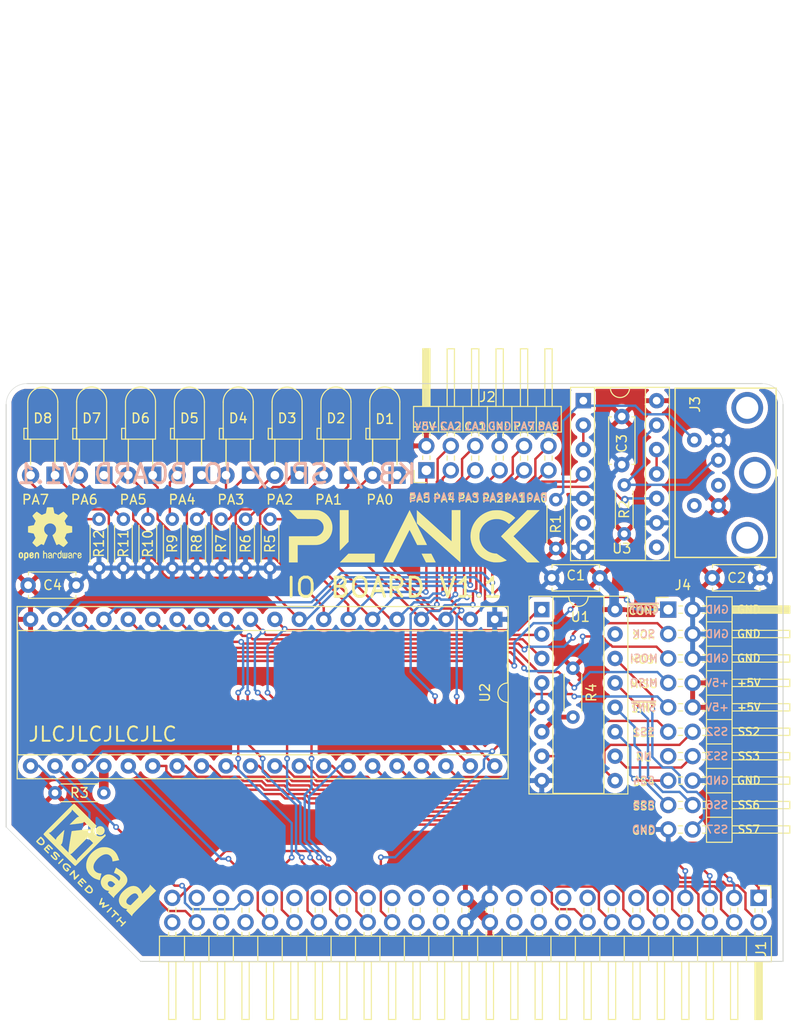
<source format=kicad_pcb>
(kicad_pcb (version 20171130) (host pcbnew "(5.1.10-1-10_14)")
  (layers (0 F.Cu signal) (31 B.Cu signal) (34 B.Paste user) (35 F.Paste user) (36 B.SilkS user) (37 F.SilkS user) (38 B.Mask user) (39 F.Mask user) (44 Edge.Cuts user))
  (net 0 "")
  (net 1 RDY)
  (net 2 A15)
  (net 3 A14)
  (net 4 A13)
  (net 5 A12)
  (net 6 A11)
  (net 7 GND)
  (net 8 +5V)
  (net 9 A10)
  (net 10 A9)
  (net 11 A8)
  (net 12 D7)
  (net 13 A7)
  (net 14 D6)
  (net 15 A6)
  (net 16 D5)
  (net 17 A5)
  (net 18 D4)
  (net 19 A4)
  (net 20 D3)
  (net 21 A3)
  (net 22 D2)
  (net 23 A2)
  (net 24 D1)
  (net 25 A1)
  (net 26 D0)
  (net 27 A0)
  (net 28 CLK)
  (net 29 BE)
  (net 30 SYNC)
  (net 31 EX1)
  (net 32 EX0)
  (net 33 LED4)
  (net 34 LED3)
  (net 35 LED2)
  (net 36 LED1)
  (net 37 ~NMI~)
  (net 38 ~RESET~)
  (net 39 ~IRQ~)
  (net 40 R~W~)
  (net 41 ~SLOT_SEL~)
  (net 42 ~INH~)
  (net 43 EX3)
  (net 44 EX2)
  (net 45 /PA6)
  (net 46 /PA7)
  (net 47 /PA5)
  (net 48 /PA4)
  (net 49 /CA1)
  (net 50 /PA3)
  (net 51 /CA2)
  (net 52 /PA2)
  (net 53 /PA1)
  (net 54 /PA0)
  (net 55 "Net-(J3-Pad2)")
  (net 56 "Net-(J3-Pad5)")
  (net 57 "Net-(J3-Pad6)")
  (net 58 ~SINT~)
  (net 59 MOSI)
  (net 60 MISO)
  (net 61 "Net-(R3-Pad2)")
  (net 62 "Net-(J4-Pad13)")
  (net 63 ~CONF~)
  (net 64 "Net-(R4-Pad2)")
  (net 65 "Net-(U1-Pad15)")
  (net 66 PS2_DATA)
  (net 67 /SS7)
  (net 68 /SS6)
  (net 69 /SS5)
  (net 70 /SS4)
  (net 71 /SS3)
  (net 72 /SS2)
  (net 73 /SS1)
  (net 74 ~SLOT_IRQ~)
  (net 75 ~SSEL~)
  (net 76 "Net-(D1-Pad2)")
  (net 77 "Net-(D2-Pad2)")
  (net 78 "Net-(D3-Pad2)")
  (net 79 "Net-(D4-Pad2)")
  (net 80 "Net-(D5-Pad2)")
  (net 81 "Net-(D6-Pad2)")
  (net 82 "Net-(D7-Pad2)")
  (net 83 "Net-(D8-Pad2)")
  (net 84 CLK_12M)
  (net 85 ~SLOW~)
  (net 86 "Net-(U2-Pad19)")
  (net 87 "Net-(U2-Pad17)")
  (net 88 "Net-(U3-Pad6)")
  (net 89 "Net-(U3-Pad2)")
  (net 90 "Net-(U3-Pad8)")
  (net 91 "Net-(U3-Pad11)")
  (module Symbol:KiCad-Logo2_5mm_SilkScreen (layer F.Cu) (at 9.652 -10.16 315)
    (fp_text reference REF** hide)
    (fp_text value KiCad-Logo2_5mm_SilkScreen hide)
  )
  (module Symbol:OSHW-Logo2_7.3x6mm_SilkScreen (layer F.Cu) (at 4.572 -44.45)
    (fp_text reference REF** hide)
    (fp_text value OSHW-Logo2_7.3x6mm_SilkScreen hide)
  )
  (module LED_THT:LED_D3.0mm_Horizontal_O3.81mm_Z2.0mm (layer F.Cu) (at 5.08 -50.546 180)
    (fp_text reference D8 (at 1.27 5.914) (layer F.SilkS))
    (fp_text value LED)
    (pad 2 thru_hole circle (at 2.54 0 180) (size 1.8 1.8) (drill 0.9) (layers *.Cu *.Mask) (net 83 "Net-(D8-Pad2)"))
    (pad 1 thru_hole rect (at 0 0 180) (size 1.8 1.8) (drill 0.9) (layers *.Cu *.Mask) (net 46 /PA7))
  )
  (module LED_THT:LED_D3.0mm_Horizontal_O3.81mm_Z2.0mm (layer F.Cu) (at 10.16 -50.546 180)
    (fp_text reference D7 (at 1.27 5.914) (layer F.SilkS))
    (fp_text value LED)
    (pad 2 thru_hole circle (at 2.54 0 180) (size 1.8 1.8) (drill 0.9) (layers *.Cu *.Mask) (net 82 "Net-(D7-Pad2)"))
    (pad 1 thru_hole rect (at 0 0 180) (size 1.8 1.8) (drill 0.9) (layers *.Cu *.Mask) (net 45 /PA6))
  )
  (module LED_THT:LED_D3.0mm_Horizontal_O3.81mm_Z2.0mm (layer F.Cu) (at 15.24 -50.546 180)
    (fp_text reference D6 (at 1.27 5.914) (layer F.SilkS))
    (fp_text value LED)
    (pad 2 thru_hole circle (at 2.54 0 180) (size 1.8 1.8) (drill 0.9) (layers *.Cu *.Mask) (net 81 "Net-(D6-Pad2)"))
    (pad 1 thru_hole rect (at 0 0 180) (size 1.8 1.8) (drill 0.9) (layers *.Cu *.Mask) (net 47 /PA5))
  )
  (module LED_THT:LED_D3.0mm_Horizontal_O3.81mm_Z2.0mm (layer F.Cu) (at 20.32 -50.546 180)
    (fp_text reference D5 (at 1.27 5.914) (layer F.SilkS))
    (fp_text value LED)
    (pad 2 thru_hole circle (at 2.54 0 180) (size 1.8 1.8) (drill 0.9) (layers *.Cu *.Mask) (net 80 "Net-(D5-Pad2)"))
    (pad 1 thru_hole rect (at 0 0 180) (size 1.8 1.8) (drill 0.9) (layers *.Cu *.Mask) (net 48 /PA4))
  )
  (module LED_THT:LED_D3.0mm_Horizontal_O3.81mm_Z2.0mm (layer F.Cu) (at 25.4 -50.546 180)
    (fp_text reference D4 (at 1.27 5.914) (layer F.SilkS))
    (fp_text value LED)
    (pad 2 thru_hole circle (at 2.54 0 180) (size 1.8 1.8) (drill 0.9) (layers *.Cu *.Mask) (net 79 "Net-(D4-Pad2)"))
    (pad 1 thru_hole rect (at 0 0 180) (size 1.8 1.8) (drill 0.9) (layers *.Cu *.Mask) (net 50 /PA3))
  )
  (module LED_THT:LED_D3.0mm_Horizontal_O3.81mm_Z2.0mm (layer F.Cu) (at 30.48 -50.546 180)
    (fp_text reference D3 (at 1.27 5.914) (layer F.SilkS))
    (fp_text value LED)
    (pad 2 thru_hole circle (at 2.54 0 180) (size 1.8 1.8) (drill 0.9) (layers *.Cu *.Mask) (net 78 "Net-(D3-Pad2)"))
    (pad 1 thru_hole rect (at 0 0 180) (size 1.8 1.8) (drill 0.9) (layers *.Cu *.Mask) (net 52 /PA2))
  )
  (module LED_THT:LED_D3.0mm_Horizontal_O3.81mm_Z2.0mm (layer F.Cu) (at 35.56 -50.546 180)
    (fp_text reference D2 (at 1.27 5.914) (layer F.SilkS))
    (fp_text value LED)
    (pad 2 thru_hole circle (at 2.54 0 180) (size 1.8 1.8) (drill 0.9) (layers *.Cu *.Mask) (net 77 "Net-(D2-Pad2)"))
    (pad 1 thru_hole rect (at 0 0 180) (size 1.8 1.8) (drill 0.9) (layers *.Cu *.Mask) (net 53 /PA1))
  )
  (module LED_THT:LED_D3.0mm_Horizontal_O3.81mm_Z2.0mm (layer F.Cu) (at 40.64 -50.546 180)
    (fp_text reference D1 (at 1.27 5.842) (layer F.SilkS))
    (fp_text value LED)
    (pad 2 thru_hole circle (at 2.54 0 180) (size 1.8 1.8) (drill 0.9) (layers *.Cu *.Mask) (net 76 "Net-(D1-Pad2)"))
    (pad 1 thru_hole rect (at 0 0 180) (size 1.8 1.8) (drill 0.9) (layers *.Cu *.Mask) (net 54 /PA0))
  )
  (module Logo:logo (layer F.Cu) (at 42.418 -44.196)
    (fp_text reference G*** hide)
    (fp_text value LOGO hide)
  )
  (module Connector_PinHeader_2.54mm:PinHeader_2x06_P2.54mm_Horizontal (layer F.Cu) (at 43.688 -51.054 90)
    (fp_text reference J2 (at 7.62 6.35 180) (layer F.SilkS))
    (fp_text value Conn_02x06_Odd_Even)
    (pad 12 thru_hole oval (at 2.54 12.7 90) (size 1.7 1.7) (drill 1) (layers *.Cu *.Mask) (net 45 /PA6))
    (pad 11 thru_hole oval (at 0 12.7 90) (size 1.7 1.7) (drill 1) (layers *.Cu *.Mask) (net 54 /PA0))
    (pad 10 thru_hole oval (at 2.54 10.16 90) (size 1.7 1.7) (drill 1) (layers *.Cu *.Mask) (net 46 /PA7))
    (pad 9 thru_hole oval (at 0 10.16 90) (size 1.7 1.7) (drill 1) (layers *.Cu *.Mask) (net 53 /PA1))
    (pad 8 thru_hole oval (at 2.54 7.62 90) (size 1.7 1.7) (drill 1) (layers *.Cu *.Mask) (net 7 GND))
    (pad 7 thru_hole oval (at 0 7.62 90) (size 1.7 1.7) (drill 1) (layers *.Cu *.Mask) (net 52 /PA2))
    (pad 6 thru_hole oval (at 2.54 5.08 90) (size 1.7 1.7) (drill 1) (layers *.Cu *.Mask) (net 49 /CA1))
    (pad 5 thru_hole oval (at 0 5.08 90) (size 1.7 1.7) (drill 1) (layers *.Cu *.Mask) (net 50 /PA3))
    (pad 4 thru_hole oval (at 2.54 2.54 90) (size 1.7 1.7) (drill 1) (layers *.Cu *.Mask) (net 51 /CA2))
    (pad 3 thru_hole oval (at 0 2.54 90) (size 1.7 1.7) (drill 1) (layers *.Cu *.Mask) (net 48 /PA4))
    (pad 2 thru_hole oval (at 2.54 0 90) (size 1.7 1.7) (drill 1) (layers *.Cu *.Mask) (net 8 +5V))
    (pad 1 thru_hole rect (at 0 0 90) (size 1.7 1.7) (drill 1) (layers *.Cu *.Mask) (net 47 /PA5))
  )
  (module Resistor_THT:R_Axial_DIN0204_L3.6mm_D1.6mm_P5.08mm_Horizontal (layer F.Cu) (at 9.652 -45.974 270)
    (fp_text reference R12 (at 2.54 0 270) (layer F.SilkS))
    (fp_text value 470R)
    (pad 2 thru_hole oval (at 5.08 0 270) (size 1.4 1.4) (drill 0.7) (layers *.Cu *.Mask) (net 7 GND))
    (pad 1 thru_hole circle (at 0 0 270) (size 1.4 1.4) (drill 0.7) (layers *.Cu *.Mask) (net 83 "Net-(D8-Pad2)"))
  )
  (module Resistor_THT:R_Axial_DIN0204_L3.6mm_D1.6mm_P5.08mm_Horizontal (layer F.Cu) (at 12.192 -45.974 270)
    (fp_text reference R11 (at 2.54 0 270) (layer F.SilkS))
    (fp_text value 470R)
    (pad 2 thru_hole oval (at 5.08 0 270) (size 1.4 1.4) (drill 0.7) (layers *.Cu *.Mask) (net 7 GND))
    (pad 1 thru_hole circle (at 0 0 270) (size 1.4 1.4) (drill 0.7) (layers *.Cu *.Mask) (net 82 "Net-(D7-Pad2)"))
  )
  (module Resistor_THT:R_Axial_DIN0204_L3.6mm_D1.6mm_P5.08mm_Horizontal (layer F.Cu) (at 14.732 -45.974 270)
    (fp_text reference R10 (at 2.54 0 270) (layer F.SilkS))
    (fp_text value 470R)
    (pad 2 thru_hole oval (at 5.08 0 270) (size 1.4 1.4) (drill 0.7) (layers *.Cu *.Mask) (net 7 GND))
    (pad 1 thru_hole circle (at 0 0 270) (size 1.4 1.4) (drill 0.7) (layers *.Cu *.Mask) (net 81 "Net-(D6-Pad2)"))
  )
  (module Resistor_THT:R_Axial_DIN0204_L3.6mm_D1.6mm_P5.08mm_Horizontal (layer F.Cu) (at 17.272 -45.974 270)
    (fp_text reference R9 (at 2.54 0 270) (layer F.SilkS))
    (fp_text value 470R)
    (pad 2 thru_hole oval (at 5.08 0 270) (size 1.4 1.4) (drill 0.7) (layers *.Cu *.Mask) (net 7 GND))
    (pad 1 thru_hole circle (at 0 0 270) (size 1.4 1.4) (drill 0.7) (layers *.Cu *.Mask) (net 80 "Net-(D5-Pad2)"))
  )
  (module Resistor_THT:R_Axial_DIN0204_L3.6mm_D1.6mm_P5.08mm_Horizontal (layer F.Cu) (at 19.812 -45.974 270)
    (fp_text reference R8 (at 2.54 0 270) (layer F.SilkS))
    (fp_text value 470R)
    (pad 2 thru_hole oval (at 5.08 0 270) (size 1.4 1.4) (drill 0.7) (layers *.Cu *.Mask) (net 7 GND))
    (pad 1 thru_hole circle (at 0 0 270) (size 1.4 1.4) (drill 0.7) (layers *.Cu *.Mask) (net 79 "Net-(D4-Pad2)"))
  )
  (module Resistor_THT:R_Axial_DIN0204_L3.6mm_D1.6mm_P5.08mm_Horizontal (layer F.Cu) (at 22.352 -45.974 270)
    (fp_text reference R7 (at 2.54 0 90) (layer F.SilkS))
    (fp_text value 470R)
    (pad 1 thru_hole circle (at 0 0 270) (size 1.4 1.4) (drill 0.7) (layers *.Cu *.Mask) (net 78 "Net-(D3-Pad2)"))
    (pad 2 thru_hole oval (at 5.08 0 270) (size 1.4 1.4) (drill 0.7) (layers *.Cu *.Mask) (net 7 GND))
  )
  (module Resistor_THT:R_Axial_DIN0204_L3.6mm_D1.6mm_P5.08mm_Horizontal (layer F.Cu) (at 24.892 -45.974 270)
    (fp_text reference R6 (at 2.54 0 90) (layer F.SilkS))
    (fp_text value 470R)
    (pad 1 thru_hole circle (at 0 0 270) (size 1.4 1.4) (drill 0.7) (layers *.Cu *.Mask) (net 77 "Net-(D2-Pad2)"))
    (pad 2 thru_hole oval (at 5.08 0 270) (size 1.4 1.4) (drill 0.7) (layers *.Cu *.Mask) (net 7 GND))
  )
  (module Resistor_THT:R_Axial_DIN0204_L3.6mm_D1.6mm_P5.08mm_Horizontal (layer F.Cu) (at 27.432 -45.974 270)
    (fp_text reference R5 (at 2.54 0 270) (layer F.SilkS))
    (fp_text value 470R)
    (pad 1 thru_hole circle (at 0 0 270) (size 1.4 1.4) (drill 0.7) (layers *.Cu *.Mask) (net 76 "Net-(D1-Pad2)"))
    (pad 2 thru_hole oval (at 5.08 0 270) (size 1.4 1.4) (drill 0.7) (layers *.Cu *.Mask) (net 7 GND))
  )
  (module Resistor_THT:R_Axial_DIN0204_L3.6mm_D1.6mm_P5.08mm_Horizontal (layer F.Cu) (at 58.928 -30.48 270)
    (fp_text reference R4 (at 2.54 -1.92 270) (layer F.SilkS))
    (fp_text value 10k)
    (pad 2 thru_hole oval (at 5.08 0 270) (size 1.4 1.4) (drill 0.7) (layers *.Cu *.Mask) (net 64 "Net-(R4-Pad2)"))
    (pad 1 thru_hole circle (at 0 0 270) (size 1.4 1.4) (drill 0.7) (layers *.Cu *.Mask) (net 8 +5V))
  )
  (module Resistor_THT:R_Axial_DIN0204_L3.6mm_D1.6mm_P5.08mm_Horizontal (layer F.Cu) (at 5.08 -17.526)
    (fp_text reference R3 (at 2.54 0) (layer F.SilkS))
    (fp_text value 10k)
    (pad 2 thru_hole oval (at 5.08 0) (size 1.4 1.4) (drill 0.7) (layers *.Cu *.Mask) (net 61 "Net-(R3-Pad2)"))
    (pad 1 thru_hole circle (at 0 0) (size 1.4 1.4) (drill 0.7) (layers *.Cu *.Mask) (net 8 +5V))
  )
  (module Resistor_THT:R_Axial_DIN0204_L3.6mm_D1.6mm_P5.08mm_Horizontal (layer F.Cu) (at 64.262 -44.45 90)
    (fp_text reference R2 (at 2.54 0 270) (layer F.SilkS))
    (fp_text value 1k)
    (pad 2 thru_hole oval (at 5.08 0 90) (size 1.4 1.4) (drill 0.7) (layers *.Cu *.Mask) (net 66 PS2_DATA))
    (pad 1 thru_hole circle (at 0 0 90) (size 1.4 1.4) (drill 0.7) (layers *.Cu *.Mask) (net 8 +5V))
  )
  (module Resistor_THT:R_Axial_DIN0204_L3.6mm_D1.6mm_P5.08mm_Horizontal (layer F.Cu) (at 57.15 -42.926 90)
    (fp_text reference R1 (at 2.54 0 -90) (layer F.SilkS))
    (fp_text value 1k)
    (pad 2 thru_hole oval (at 5.08 0 90) (size 1.4 1.4) (drill 0.7) (layers *.Cu *.Mask) (net 56 "Net-(J3-Pad5)"))
    (pad 1 thru_hole circle (at 0 0 90) (size 1.4 1.4) (drill 0.7) (layers *.Cu *.Mask) (net 8 +5V))
  )
  (module Capacitor_THT:C_Disc_D4.7mm_W2.5mm_P5.00mm (layer F.Cu) (at 2.286 -39.116)
    (fp_text reference C4 (at 2.54 0) (layer F.SilkS))
    (fp_text value 4.7u)
    (pad 2 thru_hole circle (at 5 0) (size 1.6 1.6) (drill 0.8) (layers *.Cu *.Mask) (net 7 GND))
    (pad 1 thru_hole circle (at 0 0) (size 1.6 1.6) (drill 0.8) (layers *.Cu *.Mask) (net 8 +5V))
  )
  (module Capacitor_THT:C_Disc_D4.7mm_W2.5mm_P5.00mm (layer F.Cu) (at 64.008 -56.642 270)
    (fp_text reference C3 (at 2.794 0 270) (layer F.SilkS))
    (fp_text value 4.7u)
    (pad 2 thru_hole circle (at 5 0 270) (size 1.6 1.6) (drill 0.8) (layers *.Cu *.Mask) (net 7 GND))
    (pad 1 thru_hole circle (at 0 0 270) (size 1.6 1.6) (drill 0.8) (layers *.Cu *.Mask) (net 8 +5V))
  )
  (module Capacitor_THT:C_Disc_D4.7mm_W2.5mm_P5.00mm (layer F.Cu) (at 73.406 -39.878)
    (fp_text reference C2 (at 2.54 0) (layer F.SilkS))
    (fp_text value 4.7u)
    (pad 2 thru_hole circle (at 5 0) (size 1.6 1.6) (drill 0.8) (layers *.Cu *.Mask) (net 7 GND))
    (pad 1 thru_hole circle (at 0 0) (size 1.6 1.6) (drill 0.8) (layers *.Cu *.Mask) (net 8 +5V))
  )
  (module Capacitor_THT:C_Disc_D4.7mm_W2.5mm_P5.00mm (layer F.Cu) (at 61.722 -39.878 180)
    (fp_text reference C1 (at 2.5 0.254) (layer F.SilkS))
    (fp_text value 4.7u)
    (pad 2 thru_hole circle (at 5 0 180) (size 1.6 1.6) (drill 0.8) (layers *.Cu *.Mask) (net 7 GND))
    (pad 1 thru_hole circle (at 0 0 180) (size 1.6 1.6) (drill 0.8) (layers *.Cu *.Mask) (net 8 +5V))
  )
  (module Package_DIP:DIP-16_W7.62mm_Socket (layer F.Cu) (at 55.6895 -36.576)
    (fp_text reference U1 (at 4.0005 0.762) (layer F.SilkS))
    (fp_text value 74LS138)
    (pad 16 thru_hole oval (at 7.62 0) (size 1.6 1.6) (drill 0.8) (layers *.Cu *.Mask) (net 8 +5V))
    (pad 8 thru_hole oval (at 0 17.78) (size 1.6 1.6) (drill 0.8) (layers *.Cu *.Mask) (net 7 GND))
    (pad 15 thru_hole oval (at 7.62 2.54) (size 1.6 1.6) (drill 0.8) (layers *.Cu *.Mask) (net 65 "Net-(U1-Pad15)"))
    (pad 7 thru_hole oval (at 0 15.24) (size 1.6 1.6) (drill 0.8) (layers *.Cu *.Mask) (net 73 /SS1))
    (pad 14 thru_hole oval (at 7.62 5.08) (size 1.6 1.6) (drill 0.8) (layers *.Cu *.Mask) (net 67 /SS7))
    (pad 6 thru_hole oval (at 0 12.7) (size 1.6 1.6) (drill 0.8) (layers *.Cu *.Mask) (net 64 "Net-(R4-Pad2)"))
    (pad 13 thru_hole oval (at 7.62 7.62) (size 1.6 1.6) (drill 0.8) (layers *.Cu *.Mask) (net 68 /SS6))
    (pad 5 thru_hole oval (at 0 10.16) (size 1.6 1.6) (drill 0.8) (layers *.Cu *.Mask) (net 41 ~SLOT_SEL~))
    (pad 12 thru_hole oval (at 7.62 10.16) (size 1.6 1.6) (drill 0.8) (layers *.Cu *.Mask) (net 69 /SS5))
    (pad 4 thru_hole oval (at 0 7.62) (size 1.6 1.6) (drill 0.8) (layers *.Cu *.Mask) (net 41 ~SLOT_SEL~))
    (pad 11 thru_hole oval (at 7.62 12.7) (size 1.6 1.6) (drill 0.8) (layers *.Cu *.Mask) (net 70 /SS4))
    (pad 3 thru_hole oval (at 0 5.08) (size 1.6 1.6) (drill 0.8) (layers *.Cu *.Mask) (net 34 LED3))
    (pad 10 thru_hole oval (at 7.62 15.24) (size 1.6 1.6) (drill 0.8) (layers *.Cu *.Mask) (net 71 /SS3))
    (pad 2 thru_hole oval (at 0 2.54) (size 1.6 1.6) (drill 0.8) (layers *.Cu *.Mask) (net 35 LED2))
    (pad 9 thru_hole oval (at 7.62 17.78) (size 1.6 1.6) (drill 0.8) (layers *.Cu *.Mask) (net 72 /SS2))
    (pad 1 thru_hole rect (at 0 0) (size 1.6 1.6) (drill 0.8) (layers *.Cu *.Mask) (net 36 LED1))
  )
  (module Package_DIP:DIP-14_W7.62mm_Socket (layer F.Cu) (at 60.0075 -58.293)
    (fp_text reference U3 (at 4.0005 15.367) (layer F.SilkS))
    (fp_text value 74LS14)
    (pad 14 thru_hole oval (at 7.62 0) (size 1.6 1.6) (drill 0.8) (layers *.Cu *.Mask) (net 8 +5V))
    (pad 7 thru_hole oval (at 0 15.24) (size 1.6 1.6) (drill 0.8) (layers *.Cu *.Mask) (net 7 GND))
    (pad 13 thru_hole oval (at 7.62 2.54) (size 1.6 1.6) (drill 0.8) (layers *.Cu *.Mask) (net 66 PS2_DATA))
    (pad 6 thru_hole oval (at 0 12.7) (size 1.6 1.6) (drill 0.8) (layers *.Cu *.Mask) (net 88 "Net-(U3-Pad6)"))
    (pad 12 thru_hole oval (at 7.62 5.08) (size 1.6 1.6) (drill 0.8) (layers *.Cu *.Mask) (net 91 "Net-(U3-Pad11)"))
    (pad 5 thru_hole oval (at 0 10.16) (size 1.6 1.6) (drill 0.8) (layers *.Cu *.Mask) (net 7 GND))
    (pad 11 thru_hole oval (at 7.62 7.62) (size 1.6 1.6) (drill 0.8) (layers *.Cu *.Mask) (net 91 "Net-(U3-Pad11)"))
    (pad 4 thru_hole oval (at 0 7.62) (size 1.6 1.6) (drill 0.8) (layers *.Cu *.Mask) (net 86 "Net-(U2-Pad19)"))
    (pad 10 thru_hole oval (at 7.62 10.16) (size 1.6 1.6) (drill 0.8) (layers *.Cu *.Mask) (net 87 "Net-(U2-Pad17)"))
    (pad 3 thru_hole oval (at 0 5.08) (size 1.6 1.6) (drill 0.8) (layers *.Cu *.Mask) (net 89 "Net-(U3-Pad2)"))
    (pad 9 thru_hole oval (at 7.62 12.7) (size 1.6 1.6) (drill 0.8) (layers *.Cu *.Mask) (net 7 GND))
    (pad 2 thru_hole oval (at 0 2.54) (size 1.6 1.6) (drill 0.8) (layers *.Cu *.Mask) (net 89 "Net-(U3-Pad2)"))
    (pad 8 thru_hole oval (at 7.62 15.24) (size 1.6 1.6) (drill 0.8) (layers *.Cu *.Mask) (net 90 "Net-(U3-Pad8)"))
    (pad 1 thru_hole rect (at 0 0) (size 1.6 1.6) (drill 0.8) (layers *.Cu *.Mask) (net 56 "Net-(J3-Pad5)"))
  )
  (module Package_DIP:DIP-40_W15.24mm_Socket (layer F.Cu) (at 50.8 -35.56 270)
    (fp_text reference U2 (at 7.62 1.016 90) (layer F.SilkS))
    (fp_text value W65C22NxP)
    (pad 40 thru_hole oval (at 15.24 0 270) (size 1.6 1.6) (drill 0.8) (layers *.Cu *.Mask) (net 49 /CA1))
    (pad 20 thru_hole oval (at 0 48.26 270) (size 1.6 1.6) (drill 0.8) (layers *.Cu *.Mask) (net 8 +5V))
    (pad 39 thru_hole oval (at 15.24 2.54 270) (size 1.6 1.6) (drill 0.8) (layers *.Cu *.Mask) (net 51 /CA2))
    (pad 19 thru_hole oval (at 0 45.72 270) (size 1.6 1.6) (drill 0.8) (layers *.Cu *.Mask) (net 86 "Net-(U2-Pad19)"))
    (pad 38 thru_hole oval (at 15.24 5.08 270) (size 1.6 1.6) (drill 0.8) (layers *.Cu *.Mask) (net 27 A0))
    (pad 18 thru_hole oval (at 0 43.18 270) (size 1.6 1.6) (drill 0.8) (layers *.Cu *.Mask) (net 58 ~SINT~))
    (pad 37 thru_hole oval (at 15.24 7.62 270) (size 1.6 1.6) (drill 0.8) (layers *.Cu *.Mask) (net 25 A1))
    (pad 17 thru_hole oval (at 0 40.64 270) (size 1.6 1.6) (drill 0.8) (layers *.Cu *.Mask) (net 87 "Net-(U2-Pad17)"))
    (pad 36 thru_hole oval (at 15.24 10.16 270) (size 1.6 1.6) (drill 0.8) (layers *.Cu *.Mask) (net 23 A2))
    (pad 16 thru_hole oval (at 0 38.1 270) (size 1.6 1.6) (drill 0.8) (layers *.Cu *.Mask) (net 63 ~CONF~))
    (pad 35 thru_hole oval (at 15.24 12.7 270) (size 1.6 1.6) (drill 0.8) (layers *.Cu *.Mask) (net 21 A3))
    (pad 15 thru_hole oval (at 0 35.56 270) (size 1.6 1.6) (drill 0.8) (layers *.Cu *.Mask) (net 59 MOSI))
    (pad 34 thru_hole oval (at 15.24 15.24 270) (size 1.6 1.6) (drill 0.8) (layers *.Cu *.Mask) (net 38 ~RESET~))
    (pad 14 thru_hole oval (at 0 33.02 270) (size 1.6 1.6) (drill 0.8) (layers *.Cu *.Mask) (net 60 MISO))
    (pad 33 thru_hole oval (at 15.24 17.78 270) (size 1.6 1.6) (drill 0.8) (layers *.Cu *.Mask) (net 26 D0))
    (pad 13 thru_hole oval (at 0 30.48 270) (size 1.6 1.6) (drill 0.8) (layers *.Cu *.Mask) (net 33 LED4))
    (pad 32 thru_hole oval (at 15.24 20.32 270) (size 1.6 1.6) (drill 0.8) (layers *.Cu *.Mask) (net 24 D1))
    (pad 12 thru_hole oval (at 0 27.94 270) (size 1.6 1.6) (drill 0.8) (layers *.Cu *.Mask) (net 34 LED3))
    (pad 31 thru_hole oval (at 15.24 22.86 270) (size 1.6 1.6) (drill 0.8) (layers *.Cu *.Mask) (net 22 D2))
    (pad 11 thru_hole oval (at 0 25.4 270) (size 1.6 1.6) (drill 0.8) (layers *.Cu *.Mask) (net 35 LED2))
    (pad 30 thru_hole oval (at 15.24 25.4 270) (size 1.6 1.6) (drill 0.8) (layers *.Cu *.Mask) (net 20 D3))
    (pad 10 thru_hole oval (at 0 22.86 270) (size 1.6 1.6) (drill 0.8) (layers *.Cu *.Mask) (net 36 LED1))
    (pad 29 thru_hole oval (at 15.24 27.94 270) (size 1.6 1.6) (drill 0.8) (layers *.Cu *.Mask) (net 18 D4))
    (pad 9 thru_hole oval (at 0 20.32 270) (size 1.6 1.6) (drill 0.8) (layers *.Cu *.Mask) (net 46 /PA7))
    (pad 28 thru_hole oval (at 15.24 30.48 270) (size 1.6 1.6) (drill 0.8) (layers *.Cu *.Mask) (net 16 D5))
    (pad 8 thru_hole oval (at 0 17.78 270) (size 1.6 1.6) (drill 0.8) (layers *.Cu *.Mask) (net 45 /PA6))
    (pad 27 thru_hole oval (at 15.24 33.02 270) (size 1.6 1.6) (drill 0.8) (layers *.Cu *.Mask) (net 14 D6))
    (pad 7 thru_hole oval (at 0 15.24 270) (size 1.6 1.6) (drill 0.8) (layers *.Cu *.Mask) (net 47 /PA5))
    (pad 26 thru_hole oval (at 15.24 35.56 270) (size 1.6 1.6) (drill 0.8) (layers *.Cu *.Mask) (net 12 D7))
    (pad 6 thru_hole oval (at 0 12.7 270) (size 1.6 1.6) (drill 0.8) (layers *.Cu *.Mask) (net 48 /PA4))
    (pad 25 thru_hole oval (at 15.24 38.1 270) (size 1.6 1.6) (drill 0.8) (layers *.Cu *.Mask) (net 84 CLK_12M))
    (pad 5 thru_hole oval (at 0 10.16 270) (size 1.6 1.6) (drill 0.8) (layers *.Cu *.Mask) (net 50 /PA3))
    (pad 24 thru_hole oval (at 15.24 40.64 270) (size 1.6 1.6) (drill 0.8) (layers *.Cu *.Mask) (net 61 "Net-(R3-Pad2)"))
    (pad 4 thru_hole oval (at 0 7.62 270) (size 1.6 1.6) (drill 0.8) (layers *.Cu *.Mask) (net 52 /PA2))
    (pad 23 thru_hole oval (at 15.24 43.18 270) (size 1.6 1.6) (drill 0.8) (layers *.Cu *.Mask) (net 41 ~SLOT_SEL~))
    (pad 3 thru_hole oval (at 0 5.08 270) (size 1.6 1.6) (drill 0.8) (layers *.Cu *.Mask) (net 53 /PA1))
    (pad 22 thru_hole oval (at 15.24 45.72 270) (size 1.6 1.6) (drill 0.8) (layers *.Cu *.Mask) (net 40 R~W~))
    (pad 2 thru_hole oval (at 0 2.54 270) (size 1.6 1.6) (drill 0.8) (layers *.Cu *.Mask) (net 54 /PA0))
    (pad 21 thru_hole oval (at 15.24 48.26 270) (size 1.6 1.6) (drill 0.8) (layers *.Cu *.Mask) (net 74 ~SLOT_IRQ~))
    (pad 1 thru_hole rect (at 0 0 270) (size 1.6 1.6) (drill 0.8) (layers *.Cu *.Mask) (net 7 GND))
  )
  (module Connector_PinHeader_2.54mm:PinHeader_2x10_P2.54mm_Horizontal (layer F.Cu) (at 68.834 -36.576)
    (fp_text reference J4 (at 1.524 -2.54) (layer F.SilkS))
    (fp_text value Conn_02x10_Odd_Even)
    (pad 20 thru_hole oval (at 2.54 22.86) (size 1.7 1.7) (drill 1) (layers *.Cu *.Mask) (net 67 /SS7))
    (pad 19 thru_hole oval (at 0 22.86) (size 1.7 1.7) (drill 1) (layers *.Cu *.Mask) (net 7 GND))
    (pad 18 thru_hole oval (at 2.54 20.32) (size 1.7 1.7) (drill 1) (layers *.Cu *.Mask) (net 68 /SS6))
    (pad 17 thru_hole oval (at 0 20.32) (size 1.7 1.7) (drill 1) (layers *.Cu *.Mask) (net 69 /SS5))
    (pad 16 thru_hole oval (at 2.54 17.78) (size 1.7 1.7) (drill 1) (layers *.Cu *.Mask) (net 7 GND))
    (pad 15 thru_hole oval (at 0 17.78) (size 1.7 1.7) (drill 1) (layers *.Cu *.Mask) (net 70 /SS4))
    (pad 14 thru_hole oval (at 2.54 15.24) (size 1.7 1.7) (drill 1) (layers *.Cu *.Mask) (net 71 /SS3))
    (pad 13 thru_hole oval (at 0 15.24) (size 1.7 1.7) (drill 1) (layers *.Cu *.Mask) (net 62 "Net-(J4-Pad13)"))
    (pad 12 thru_hole oval (at 2.54 12.7) (size 1.7 1.7) (drill 1) (layers *.Cu *.Mask) (net 72 /SS2))
    (pad 11 thru_hole oval (at 0 12.7) (size 1.7 1.7) (drill 1) (layers *.Cu *.Mask) (net 73 /SS1))
    (pad 10 thru_hole oval (at 2.54 10.16) (size 1.7 1.7) (drill 1) (layers *.Cu *.Mask) (net 8 +5V))
    (pad 9 thru_hole oval (at 0 10.16) (size 1.7 1.7) (drill 1) (layers *.Cu *.Mask) (net 58 ~SINT~))
    (pad 8 thru_hole oval (at 2.54 7.62) (size 1.7 1.7) (drill 1) (layers *.Cu *.Mask) (net 8 +5V))
    (pad 7 thru_hole oval (at 0 7.62) (size 1.7 1.7) (drill 1) (layers *.Cu *.Mask) (net 60 MISO))
    (pad 6 thru_hole oval (at 2.54 5.08) (size 1.7 1.7) (drill 1) (layers *.Cu *.Mask) (net 7 GND))
    (pad 5 thru_hole oval (at 0 5.08) (size 1.7 1.7) (drill 1) (layers *.Cu *.Mask) (net 59 MOSI))
    (pad 4 thru_hole oval (at 2.54 2.54) (size 1.7 1.7) (drill 1) (layers *.Cu *.Mask) (net 7 GND))
    (pad 3 thru_hole oval (at 0 2.54) (size 1.7 1.7) (drill 1) (layers *.Cu *.Mask) (net 33 LED4))
    (pad 2 thru_hole oval (at 2.54 0) (size 1.7 1.7) (drill 1) (layers *.Cu *.Mask) (net 7 GND))
    (pad 1 thru_hole rect (at 0 0) (size 1.7 1.7) (drill 1) (layers *.Cu *.Mask) (net 63 ~CONF~))
  )
  (module mini-din:MINI-DIN-6-FULL-SHIELD (layer F.Cu) (at 82.55 -50.8 270)
    (fp_text reference J3 (at -7.112 10.922 90) (layer F.SilkS))
    (fp_text value Mini-DIN-6 hide)
    (pad 7 thru_hole circle (at 0 4.7 270) (size 3.3 3.3) (drill 2.3) (layers *.Cu *.Mask))
    (pad 1 thru_hole circle (at -1.3 8.5 270) (size 1.524 1.524) (drill 0.762) (layers *.Cu *.Mask) (net 66 PS2_DATA))
    (pad 2 thru_hole circle (at 1.3 8.5 270) (size 1.524 1.524) (drill 0.762) (layers *.Cu *.Mask) (net 55 "Net-(J3-Pad2)"))
    (pad 5 thru_hole circle (at -3.4 11 270) (size 1.524 1.524) (drill 0.762) (layers *.Cu *.Mask) (net 56 "Net-(J3-Pad5)"))
    (pad 3 thru_hole circle (at -3.4 8.5 270) (size 1.524 1.524) (drill 0.762) (layers *.Cu *.Mask) (net 7 GND))
    (pad 6 thru_hole circle (at 3.4 11 270) (size 1.524 1.524) (drill 0.762) (layers *.Cu *.Mask) (net 57 "Net-(J3-Pad6)"))
    (pad 4 thru_hole circle (at 3.4 8.5 270) (size 1.524 1.524) (drill 0.762) (layers *.Cu *.Mask) (net 8 +5V))
    (pad 7 thru_hole circle (at 6.75 5.5 270) (size 3.3 3.3) (drill 2.3) (layers *.Cu *.Mask))
    (pad 7 thru_hole circle (at -6.75 5.5 270) (size 3.3 3.3) (drill 2.3) (layers *.Cu *.Mask))
  )
  (module Connector_PinHeader_2.54mm:PinHeader_2x25_P2.54mm_Horizontal (layer F.Cu) (at 78.232 -6.604 270)
    (fp_text reference J1 (at 5.334 -0.254 90) (layer F.SilkS))
    (fp_text value Conn_01x40)
    (pad 50 thru_hole oval (at 2.54 60.96 270) (size 1.7 1.7) (drill 1) (layers *.Cu *.Mask) (net 37 ~NMI~))
    (pad 49 thru_hole oval (at 0 60.96 270) (size 1.7 1.7) (drill 1) (layers *.Cu *.Mask) (net 38 ~RESET~))
    (pad 48 thru_hole oval (at 2.54 58.42 270) (size 1.7 1.7) (drill 1) (layers *.Cu *.Mask) (net 74 ~SLOT_IRQ~))
    (pad 47 thru_hole oval (at 0 58.42 270) (size 1.7 1.7) (drill 1) (layers *.Cu *.Mask) (net 30 SYNC))
    (pad 46 thru_hole oval (at 2.54 55.88 270) (size 1.7 1.7) (drill 1) (layers *.Cu *.Mask) (net 43 EX3))
    (pad 45 thru_hole oval (at 0 55.88 270) (size 1.7 1.7) (drill 1) (layers *.Cu *.Mask) (net 39 ~IRQ~))
    (pad 44 thru_hole oval (at 2.54 53.34 270) (size 1.7 1.7) (drill 1) (layers *.Cu *.Mask) (net 44 EX2))
    (pad 43 thru_hole oval (at 0 53.34 270) (size 1.7 1.7) (drill 1) (layers *.Cu *.Mask) (net 40 R~W~))
    (pad 42 thru_hole oval (at 2.54 50.8 270) (size 1.7 1.7) (drill 1) (layers *.Cu *.Mask) (net 84 CLK_12M))
    (pad 41 thru_hole oval (at 0 50.8 270) (size 1.7 1.7) (drill 1) (layers *.Cu *.Mask) (net 28 CLK))
    (pad 40 thru_hole oval (at 2.54 48.26 270) (size 1.7 1.7) (drill 1) (layers *.Cu *.Mask) (net 33 LED4))
    (pad 39 thru_hole oval (at 0 48.26 270) (size 1.7 1.7) (drill 1) (layers *.Cu *.Mask) (net 29 BE))
    (pad 38 thru_hole oval (at 2.54 45.72 270) (size 1.7 1.7) (drill 1) (layers *.Cu *.Mask) (net 34 LED3))
    (pad 37 thru_hole oval (at 0 45.72 270) (size 1.7 1.7) (drill 1) (layers *.Cu *.Mask) (net 1 RDY))
    (pad 36 thru_hole oval (at 2.54 43.18 270) (size 1.7 1.7) (drill 1) (layers *.Cu *.Mask) (net 35 LED2))
    (pad 35 thru_hole oval (at 0 43.18 270) (size 1.7 1.7) (drill 1) (layers *.Cu *.Mask) (net 2 A15))
    (pad 34 thru_hole oval (at 2.54 40.64 270) (size 1.7 1.7) (drill 1) (layers *.Cu *.Mask) (net 36 LED1))
    (pad 33 thru_hole oval (at 0 40.64 270) (size 1.7 1.7) (drill 1) (layers *.Cu *.Mask) (net 3 A14))
    (pad 32 thru_hole oval (at 2.54 38.1 270) (size 1.7 1.7) (drill 1) (layers *.Cu *.Mask) (net 41 ~SLOT_SEL~))
    (pad 31 thru_hole oval (at 0 38.1 270) (size 1.7 1.7) (drill 1) (layers *.Cu *.Mask) (net 4 A13))
    (pad 30 thru_hole oval (at 2.54 35.56 270) (size 1.7 1.7) (drill 1) (layers *.Cu *.Mask) (net 42 ~INH~))
    (pad 29 thru_hole oval (at 0 35.56 270) (size 1.7 1.7) (drill 1) (layers *.Cu *.Mask) (net 5 A12))
    (pad 28 thru_hole oval (at 2.54 33.02 270) (size 1.7 1.7) (drill 1) (layers *.Cu *.Mask) (net 75 ~SSEL~))
    (pad 27 thru_hole oval (at 0 33.02 270) (size 1.7 1.7) (drill 1) (layers *.Cu *.Mask) (net 6 A11))
    (pad 26 thru_hole oval (at 2.54 30.48 270) (size 1.7 1.7) (drill 1) (layers *.Cu *.Mask) (net 7 GND))
    (pad 25 thru_hole oval (at 0 30.48 270) (size 1.7 1.7) (drill 1) (layers *.Cu *.Mask) (net 8 +5V))
    (pad 24 thru_hole oval (at 2.54 27.94 270) (size 1.7 1.7) (drill 1) (layers *.Cu *.Mask) (net 8 +5V))
    (pad 23 thru_hole oval (at 0 27.94 270) (size 1.7 1.7) (drill 1) (layers *.Cu *.Mask) (net 7 GND))
    (pad 22 thru_hole oval (at 2.54 25.4 270) (size 1.7 1.7) (drill 1) (layers *.Cu *.Mask) (net 85 ~SLOW~))
    (pad 21 thru_hole oval (at 0 25.4 270) (size 1.7 1.7) (drill 1) (layers *.Cu *.Mask) (net 9 A10))
    (pad 20 thru_hole oval (at 2.54 22.86 270) (size 1.7 1.7) (drill 1) (layers *.Cu *.Mask) (net 31 EX1))
    (pad 19 thru_hole oval (at 0 22.86 270) (size 1.7 1.7) (drill 1) (layers *.Cu *.Mask) (net 10 A9))
    (pad 18 thru_hole oval (at 2.54 20.32 270) (size 1.7 1.7) (drill 1) (layers *.Cu *.Mask) (net 32 EX0))
    (pad 17 thru_hole oval (at 0 20.32 270) (size 1.7 1.7) (drill 1) (layers *.Cu *.Mask) (net 11 A8))
    (pad 16 thru_hole oval (at 2.54 17.78 270) (size 1.7 1.7) (drill 1) (layers *.Cu *.Mask) (net 12 D7))
    (pad 15 thru_hole oval (at 0 17.78 270) (size 1.7 1.7) (drill 1) (layers *.Cu *.Mask) (net 13 A7))
    (pad 14 thru_hole oval (at 2.54 15.24 270) (size 1.7 1.7) (drill 1) (layers *.Cu *.Mask) (net 14 D6))
    (pad 13 thru_hole oval (at 0 15.24 270) (size 1.7 1.7) (drill 1) (layers *.Cu *.Mask) (net 15 A6))
    (pad 12 thru_hole oval (at 2.54 12.7 270) (size 1.7 1.7) (drill 1) (layers *.Cu *.Mask) (net 16 D5))
    (pad 11 thru_hole oval (at 0 12.7 270) (size 1.7 1.7) (drill 1) (layers *.Cu *.Mask) (net 17 A5))
    (pad 10 thru_hole oval (at 2.54 10.16 270) (size 1.7 1.7) (drill 1) (layers *.Cu *.Mask) (net 18 D4))
    (pad 9 thru_hole oval (at 0 10.16 270) (size 1.7 1.7) (drill 1) (layers *.Cu *.Mask) (net 19 A4))
    (pad 8 thru_hole oval (at 2.54 7.62 270) (size 1.7 1.7) (drill 1) (layers *.Cu *.Mask) (net 20 D3))
    (pad 7 thru_hole oval (at 0 7.62 270) (size 1.7 1.7) (drill 1) (layers *.Cu *.Mask) (net 21 A3))
    (pad 6 thru_hole oval (at 2.54 5.08 270) (size 1.7 1.7) (drill 1) (layers *.Cu *.Mask) (net 22 D2))
    (pad 5 thru_hole oval (at 0 5.08 270) (size 1.7 1.7) (drill 1) (layers *.Cu *.Mask) (net 23 A2))
    (pad 4 thru_hole oval (at 2.54 2.54 270) (size 1.7 1.7) (drill 1) (layers *.Cu *.Mask) (net 24 D1))
    (pad 3 thru_hole oval (at 0 2.54 270) (size 1.7 1.7) (drill 1) (layers *.Cu *.Mask) (net 25 A1))
    (pad 2 thru_hole oval (at 2.54 0 270) (size 1.7 1.7) (drill 1) (layers *.Cu *.Mask) (net 26 D0))
    (pad 1 thru_hole rect (at 0 0 270) (size 1.7 1.7) (drill 1) (layers *.Cu *.Mask) (net 27 A0))
  )
  (gr_arc (start 2.159 -57.912) (end 2.159 -60.071) (angle -90) (layer Edge.Cuts) (width 0.05))
  (gr_text PA7 (at 3.048 -48.006) (layer F.SilkS) (effects (font (size 1 1))))
  (gr_text PA6 (at 8.128 -48.006) (layer F.SilkS) (effects (font (size 1 1))))
  (gr_text PA5 (at 13.208 -48.006) (layer F.SilkS) (effects (font (size 1 1))))
  (gr_text PA4 (at 18.288 -48.006) (layer F.SilkS) (effects (font (size 1 1))))
  (gr_text PA3 (at 23.368 -48.006) (layer F.SilkS) (effects (font (size 1 1))))
  (gr_text PA2 (at 28.448 -48.006) (layer F.SilkS) (effects (font (size 1 1))))
  (gr_text PA1 (at 33.528 -48.006) (layer F.SilkS) (effects (font (size 1 1))))
  (gr_text PA0 (at 38.862 -48.006) (layer F.SilkS) (effects (font (size 1 1))))
  (gr_arc (start 78.613 -57.912) (end 80.772 -57.912) (angle -90) (layer Edge.Cuts) (width 0.05))
  (gr_text JLCJLCJLCJLC (at 10.033 -23.622) (layer F.SilkS) (effects (font (size 1.5 1.5) (thickness 0.2))))
  (gr_text SS4 (at 66.294 -18.669) (layer F.SilkS) (effects (font (size 0.8 0.8))))
  (gr_text SS5 (at 66.294 -16.129) (layer F.SilkS) (effects (font (size 0.8 0.8))))
  (gr_text GND (at 66.294 -13.589) (layer F.SilkS) (effects (font (size 0.8 0.8))))
  (gr_text SS7 (at 77.216 -13.716) (layer F.SilkS) (effects (font (size 0.8 0.8))))
  (gr_text SS6 (at 77.216 -16.256) (layer F.SilkS) (effects (font (size 0.8 0.8))))
  (gr_text GND (at 77.216 -18.796) (layer F.SilkS) (effects (font (size 0.8 0.8))))
  (gr_text SCK (at 66.294 -33.909) (layer F.SilkS) (effects (font (size 0.8 0.8))))
  (gr_text SS1 (at 66.294 -23.749) (layer F.SilkS) (effects (font (size 0.8 0.8))))
  (gr_text ~SINT~ (at 66.294 -26.289) (layer F.SilkS) (effects (font (size 0.8 0.8))))
  (gr_text MOSI (at 66.294 -31.369) (layer F.SilkS) (effects (font (size 0.8 0.8))))
  (gr_text NC (at 66.294 -21.209) (layer F.SilkS) (effects (font (size 0.8 0.8))))
  (gr_text MISO (at 66.294 -28.829) (layer F.SilkS) (effects (font (size 0.8 0.8))))
  (gr_text SS3 (at 77.216 -21.336) (layer F.SilkS) (effects (font (size 0.8 0.8))))
  (gr_text SS2 (at 77.216 -23.876) (layer F.SilkS) (effects (font (size 0.8 0.8))))
  (gr_text +5V (at 77.216 -28.956) (layer F.SilkS) (effects (font (size 0.8 0.8))))
  (gr_text +5V (at 77.216 -26.416) (layer F.SilkS) (effects (font (size 0.8 0.8))))
  (gr_text GND (at 77.216 -34.036) (layer F.SilkS) (effects (font (size 0.8 0.8))))
  (gr_text GND (at 77.216 -31.496) (layer F.SilkS) (effects (font (size 0.8 0.8))))
  (gr_text GND (at 77.216 -36.576) (layer F.SilkS) (effects (font (size 0.8 0.8))))
  (gr_text ~CONF~ (at 66.294 -36.449) (layer F.SilkS) (effects (font (size 0.8 0.8))))
  (gr_text ~CONF~ (at 66.294 -36.576) (layer B.SilkS) (effects (font (size 0.8 0.8)) (justify mirror)))
  (gr_text SCK (at 66.294 -34.036) (layer B.SilkS) (effects (font (size 0.8 0.8)) (justify mirror)))
  (gr_text +5V (at 43.434 -55.626) (layer F.SilkS) (effects (font (size 0.8 0.8))))
  (gr_text PA7 (at 53.848 -55.626) (layer F.SilkS) (effects (font (size 0.8 0.8))))
  (gr_text PA6 (at 56.388 -55.626) (layer F.SilkS) (effects (font (size 0.8 0.8))))
  (gr_text CA2 (at 46.228 -55.626) (layer F.SilkS) (effects (font (size 0.8 0.8))))
  (gr_text CA1 (at 48.768 -55.626) (layer F.SilkS) (effects (font (size 0.8 0.8))))
  (gr_text PA4 (at 45.5295 -48.133) (layer F.SilkS) (effects (font (size 0.8 0.8))))
  (gr_text PA2 (at 50.6095 -48.133) (layer F.SilkS) (effects (font (size 0.8 0.8))))
  (gr_text GND (at 51.308 -55.626) (layer F.SilkS) (effects (font (size 0.8 0.8))))
  (gr_text PA5 (at 42.9895 -48.133) (layer F.SilkS) (effects (font (size 0.8 0.8))))
  (gr_text PA0 (at 55.1815 -48.133) (layer F.SilkS) (effects (font (size 0.8 0.8))))
  (gr_text PA3 (at 48.0695 -48.133) (layer F.SilkS) (effects (font (size 0.8 0.8))))
  (gr_text PA1 (at 52.8955 -48.133) (layer F.SilkS) (effects (font (size 0.8 0.8))))
  (gr_text MOSI (at 66.294 -31.496) (layer B.SilkS) (effects (font (size 0.8 0.8)) (justify mirror)))
  (gr_text MISO (at 66.294 -28.956) (layer B.SilkS) (effects (font (size 0.8 0.8)) (justify mirror)))
  (gr_text ~SINT~ (at 66.294 -26.416) (layer B.SilkS) (effects (font (size 0.8 0.8)) (justify mirror)))
  (gr_text SS1 (at 66.294 -23.876) (layer B.SilkS) (effects (font (size 0.8 0.8)) (justify mirror)))
  (gr_text NC (at 66.294 -21.336) (layer B.SilkS) (effects (font (size 0.8 0.8)) (justify mirror)))
  (gr_text SS4 (at 66.294 -18.796) (layer B.SilkS) (effects (font (size 0.8 0.8)) (justify mirror)))
  (gr_text SS5 (at 66.294 -16.256) (layer B.SilkS) (effects (font (size 0.8 0.8)) (justify mirror)))
  (gr_text GND (at 66.294 -13.716) (layer B.SilkS) (effects (font (size 0.8 0.8)) (justify mirror)))
  (gr_text SS7 (at 73.914 -13.716) (layer B.SilkS) (effects (font (size 0.8 0.8)) (justify mirror)))
  (gr_text SS6 (at 73.914 -16.256) (layer B.SilkS) (effects (font (size 0.8 0.8)) (justify mirror)))
  (gr_text GND (at 73.914 -18.796) (layer B.SilkS) (effects (font (size 0.8 0.8)) (justify mirror)))
  (gr_text SS3 (at 73.914 -21.336) (layer B.SilkS) (effects (font (size 0.8 0.8)) (justify mirror)))
  (gr_text SS2 (at 73.914 -23.876) (layer B.SilkS) (effects (font (size 0.8 0.8)) (justify mirror)))
  (gr_text +5V (at 73.914 -28.956) (layer B.SilkS) (effects (font (size 0.8 0.8)) (justify mirror)))
  (gr_text GND (at 73.914 -31.496) (layer B.SilkS) (effects (font (size 0.8 0.8)) (justify mirror)))
  (gr_text GND (at 73.914 -34.036) (layer B.SilkS) (effects (font (size 0.8 0.8)) (justify mirror)))
  (gr_text GND (at 73.914 -36.576) (layer B.SilkS) (effects (font (size 0.8 0.8)) (justify mirror)))
  (gr_text +5V (at 73.914 -26.416) (layer B.SilkS) (effects (font (size 0.8 0.8)) (justify mirror)))
  (gr_text PA0 (at 55.1815 -48.26) (layer B.SilkS) (effects (font (size 0.8 0.8)) (justify mirror)))
  (gr_text GND (at 51.308 -55.626) (layer B.SilkS) (effects (font (size 0.8 0.8)) (justify mirror)))
  (gr_text PA5 (at 42.9895 -48.26) (layer B.SilkS) (effects (font (size 0.8 0.8)) (justify mirror)))
  (gr_text PA4 (at 45.5295 -48.26) (layer B.SilkS) (effects (font (size 0.8 0.8)) (justify mirror)))
  (gr_text PA2 (at 50.6095 -48.26) (layer B.SilkS) (effects (font (size 0.8 0.8)) (justify mirror)))
  (gr_text PA1 (at 52.8955 -48.26) (layer B.SilkS) (effects (font (size 0.8 0.8)) (justify mirror)))
  (gr_text PA3 (at 48.0695 -48.26) (layer B.SilkS) (effects (font (size 0.8 0.8)) (justify mirror)))
  (gr_text +5V (at 43.688 -55.626) (layer B.SilkS) (effects (font (size 0.8 0.8)) (justify mirror)))
  (gr_text CA2 (at 46.228 -55.626) (layer B.SilkS) (effects (font (size 0.8 0.8)) (justify mirror)))
  (gr_text CA1 (at 48.768 -55.626) (layer B.SilkS) (effects (font (size 0.8 0.8)) (justify mirror)))
  (gr_text PA7 (at 53.848 -55.626) (layer B.SilkS) (effects (font (size 0.8 0.8)) (justify mirror)))
  (gr_text PA6 (at 56.388 -55.626) (layer B.SilkS) (effects (font (size 0.8 0.8)) (justify mirror)))
  (gr_text "KB / SPI / IO BOARD V1.1" (at 42.83981 -50.673) (layer B.SilkS) (effects (font (size 2 2) (thickness 0.3)) (justify left mirror)))
  (gr_line (start 13.97 0) (end 0 -13.97) (layer Edge.Cuts) (width 0.05))
  (gr_text "IO BOARD V1.1" (at 28.956 -38.862) (layer F.SilkS) (effects (font (size 2 2) (thickness 0.3)) (justify left)))
  (gr_line (start 2.159 -60.071) (end 78.613 -60.071) (layer Edge.Cuts) (width 0.1))
  (gr_line (start 0 -13.97) (end 0 -57.912) (layer Edge.Cuts) (width 0.1))
  (gr_line (start 80.772 0) (end 13.97 0) (layer Edge.Cuts) (width 0.1))
  (gr_line (start 80.772 -57.912) (end 80.772 0) (layer Edge.Cuts) (width 0.1))
  (segment (start 50.292 -6.604) (end 47.752 -4.064) (width 1) (layer B.Cu) (net 7))
  (segment (start 50.292 -4.064) (end 47.752 -6.604) (width 1) (layer F.Cu) (net 8))
  (segment (start 67.6005 -58.32) (end 67.6275 -58.293) (width 1) (layer B.Cu) (net 8))
  (segment (start 67.8725 -58.048) (end 67.6275 -58.293) (width 1) (layer B.Cu) (net 8))
  (segment (start 63.2095 -38.1365) (end 63.2095 -36.6125) (width 1) (layer B.Cu) (net 8))
  (segment (start 63.2095 -36.6125) (end 63.246 -36.576) (width 1) (layer B.Cu) (net 8))
  (segment (start 61.722 -39.878) (end 63.2095 -38.3905) (width 1) (layer B.Cu) (net 8))
  (segment (start 2.286 -35.306) (end 2.54 -35.56) (width 1) (layer B.Cu) (net 8))
  (segment (start 65.659 -58.293) (end 64.008 -56.642) (width 0.25) (layer F.Cu) (net 8))
  (segment (start 67.6275 -58.293) (end 65.659 -58.293) (width 0.25) (layer F.Cu) (net 8))
  (segment (start 17.239999 -19.194999) (end 16.654999 -19.779999) (width 0.25) (layer F.Cu) (net 12))
  (segment (start 24.300799 -17.844966) (end 23.850789 -18.294977) (width 0.25) (layer F.Cu) (net 12))
  (segment (start 31.361599 -16.494934) (end 31.000458 -16.856075) (width 0.25) (layer F.Cu) (net 12))
  (segment (start 31.545339 -16.439306) (end 31.461898 -16.494934) (width 0.25) (layer F.Cu) (net 12))
  (segment (start 29.007999 -16.944944) (end 28.557989 -17.394955) (width 0.25) (layer F.Cu) (net 12))
  (segment (start 31.545346 -16.439304) (end 31.545343 -16.439307) (width 0.25) (layer F.Cu) (net 12))
  (segment (start 38.1 -14.224) (end 38.099989 -14.224011) (width 0.25) (layer F.Cu) (net 12))
  (segment (start 33.715228 -16.044921) (end 33.715215 -16.044921) (width 0.25) (layer F.Cu) (net 12))
  (segment (start 38.099989 -14.224011) (end 38.091527 -14.224013) (width 0.25) (layer F.Cu) (net 12))
  (segment (start 19.143589 -19.194999) (end 17.239999 -19.194999) (width 0.25) (layer F.Cu) (net 12))
  (segment (start 56.536495 -7.32899) (end 49.641486 -14.224) (width 0.25) (layer F.Cu) (net 12))
  (segment (start 19.593599 -18.744988) (end 19.143589 -19.194999) (width 0.25) (layer F.Cu) (net 12))
  (segment (start 31.545343 -16.439307) (end 31.545339 -16.439306) (width 0.25) (layer F.Cu) (net 12))
  (segment (start 33.71521 -16.044927) (end 33.715196 -16.044927) (width 0.25) (layer F.Cu) (net 12))
  (segment (start 23.850789 -18.294977) (end 21.947198 -18.294978) (width 0.25) (layer F.Cu) (net 12))
  (segment (start 26.654399 -17.394955) (end 26.204389 -17.844966) (width 0.25) (layer F.Cu) (net 12))
  (segment (start 21.497189 -18.744988) (end 19.593599 -18.744988) (width 0.25) (layer F.Cu) (net 12))
  (segment (start 56.5365 -7.32899) (end 56.536495 -7.32899) (width 0.25) (layer F.Cu) (net 12))
  (segment (start 33.715254 -16.044907) (end 33.715246 -16.044915) (width 0.25) (layer F.Cu) (net 12))
  (segment (start 26.204389 -17.844966) (end 24.300799 -17.844966) (width 0.25) (layer F.Cu) (net 12))
  (segment (start 31.000458 -16.856075) (end 30.915346 -16.865533) (width 0.25) (layer F.Cu) (net 12))
  (segment (start 56.736999 -7.128491) (end 56.5365 -7.32899) (width 0.25) (layer F.Cu) (net 12))
  (segment (start 33.32082 -16.439304) (end 31.545346 -16.439304) (width 0.25) (layer F.Cu) (net 12))
  (segment (start 57.347999 -5.428999) (end 56.736999 -6.039999) (width 0.25) (layer F.Cu) (net 12))
  (segment (start 16.654999 -19.779999) (end 16.654999 -20.32) (width 0.25) (layer F.Cu) (net 12))
  (segment (start 33.715246 -16.044915) (end 33.715234 -16.044915) (width 0.25) (layer F.Cu) (net 12))
  (segment (start 21.947198 -18.294978) (end 21.497189 -18.744988) (width 0.25) (layer F.Cu) (net 12))
  (segment (start 31.461898 -16.494934) (end 31.361599 -16.494934) (width 0.25) (layer F.Cu) (net 12))
  (segment (start 38.091527 -14.224013) (end 36.270633 -16.044907) (width 0.25) (layer F.Cu) (net 12))
  (segment (start 30.915346 -16.865533) (end 30.851817 -16.944944) (width 0.25) (layer F.Cu) (net 12))
  (segment (start 33.715196 -16.044927) (end 33.32082 -16.439304) (width 0.25) (layer F.Cu) (net 12))
  (segment (start 60.452 -4.064) (end 59.087001 -5.428999) (width 0.25) (layer F.Cu) (net 12))
  (segment (start 56.736999 -6.039999) (end 56.736999 -7.128491) (width 0.25) (layer F.Cu) (net 12))
  (segment (start 33.715234 -16.044915) (end 33.715228 -16.044921) (width 0.25) (layer F.Cu) (net 12))
  (segment (start 33.715215 -16.044921) (end 33.71521 -16.044927) (width 0.25) (layer F.Cu) (net 12))
  (segment (start 28.557989 -17.394955) (end 26.654399 -17.394955) (width 0.25) (layer F.Cu) (net 12))
  (segment (start 16.654999 -20.32) (end 15.24 -20.32) (width 0.25) (layer F.Cu) (net 12))
  (segment (start 30.851817 -16.944944) (end 29.007999 -16.944944) (width 0.25) (layer F.Cu) (net 12))
  (segment (start 36.270633 -16.044907) (end 33.715254 -16.044907) (width 0.25) (layer F.Cu) (net 12))
  (segment (start 49.641486 -14.224) (end 38.1 -14.224) (width 0.25) (layer F.Cu) (net 12))
  (segment (start 59.087001 -5.428999) (end 57.347999 -5.428999) (width 0.25) (layer F.Cu) (net 12))
  (segment (start 36.457009 -16.494941) (end 33.901592 -16.494941) (width 0.25) (layer F.Cu) (net 14))
  (segment (start 38.277928 -14.674022) (end 36.457009 -16.494941) (width 0.25) (layer F.Cu) (net 14))
  (segment (start 33.901592 -16.494941) (end 33.45159 -16.944945) (width 0.25) (layer F.Cu) (net 14))
  (segment (start 24.487197 -18.294979) (end 24.037189 -18.744988) (width 0.25) (layer F.Cu) (net 14))
  (segment (start 49.827879 -14.674017) (end 38.277928 -14.674022) (width 0.25) (layer F.Cu) (net 14))
  (segment (start 18.67041 -20.32) (end 17.78 -20.32) (width 0.25) (layer F.Cu) (net 14))
  (segment (start 62.992 -4.064) (end 61.627001 -5.428999) (width 0.25) (layer F.Cu) (net 14))
  (segment (start 21.683589 -19.194999) (end 19.795411 -19.194999) (width 0.25) (layer F.Cu) (net 14))
  (segment (start 22.133599 -18.744988) (end 21.683589 -19.194999) (width 0.25) (layer F.Cu) (net 14))
  (segment (start 24.037189 -18.744988) (end 22.133599 -18.744988) (width 0.25) (layer F.Cu) (net 14))
  (segment (start 33.45159 -16.944945) (end 31.547999 -16.944945) (width 0.25) (layer F.Cu) (net 14))
  (segment (start 26.390787 -18.294978) (end 24.487197 -18.294979) (width 0.25) (layer F.Cu) (net 14))
  (segment (start 26.840799 -17.844966) (end 26.390787 -18.294978) (width 0.25) (layer F.Cu) (net 14))
  (segment (start 31.097987 -17.394957) (end 29.194394 -17.39496) (width 0.25) (layer F.Cu) (net 14))
  (segment (start 31.547999 -16.944945) (end 31.097987 -17.394957) (width 0.25) (layer F.Cu) (net 14))
  (segment (start 19.795411 -19.194999) (end 18.67041 -20.32) (width 0.25) (layer F.Cu) (net 14))
  (segment (start 61.627001 -7.168001) (end 61.016001 -7.779001) (width 0.25) (layer F.Cu) (net 14))
  (segment (start 61.627001 -5.428999) (end 61.627001 -7.168001) (width 0.25) (layer F.Cu) (net 14))
  (segment (start 28.744389 -17.844966) (end 26.840799 -17.844966) (width 0.25) (layer F.Cu) (net 14))
  (segment (start 29.194394 -17.39496) (end 28.744389 -17.844966) (width 0.25) (layer F.Cu) (net 14))
  (segment (start 56.722895 -7.779001) (end 49.827879 -14.674017) (width 0.25) (layer F.Cu) (net 14))
  (segment (start 61.016001 -7.779001) (end 56.722895 -7.779001) (width 0.25) (layer F.Cu) (net 14))
  (segment (start 29.380796 -17.844969) (end 28.930789 -18.294977) (width 0.25) (layer F.Cu) (net 16))
  (segment (start 28.930789 -18.294977) (end 27.027199 -18.294977) (width 0.25) (layer F.Cu) (net 16))
  (segment (start 33.63799 -17.394956) (end 31.734399 -17.394956) (width 0.25) (layer F.Cu) (net 16))
  (segment (start 24.673598 -18.744989) (end 24.223589 -19.194999) (width 0.25) (layer F.Cu) (net 16))
  (segment (start 34.087994 -16.94495) (end 33.63799 -17.394956) (width 0.25) (layer F.Cu) (net 16))
  (segment (start 36.64341 -16.94495) (end 34.087994 -16.94495) (width 0.25) (layer F.Cu) (net 16))
  (segment (start 56.909295 -8.229012) (end 50.01428 -15.124027) (width 0.25) (layer F.Cu) (net 16))
  (segment (start 26.577187 -18.744989) (end 24.673598 -18.744989) (width 0.25) (layer F.Cu) (net 16))
  (segment (start 64.167001 -5.428999) (end 64.167001 -7.168001) (width 0.25) (layer F.Cu) (net 16))
  (segment (start 65.532 -4.064) (end 64.167001 -5.428999) (width 0.25) (layer F.Cu) (net 16))
  (segment (start 21.194998 -20.32) (end 20.32 -20.32) (width 0.25) (layer F.Cu) (net 16))
  (segment (start 31.734399 -17.394956) (end 31.284388 -17.844967) (width 0.25) (layer F.Cu) (net 16))
  (segment (start 22.319999 -19.194999) (end 21.194998 -20.32) (width 0.25) (layer F.Cu) (net 16))
  (segment (start 27.027199 -18.294977) (end 26.577187 -18.744989) (width 0.25) (layer F.Cu) (net 16))
  (segment (start 64.167001 -7.168001) (end 63.10599 -8.229012) (width 0.25) (layer F.Cu) (net 16))
  (segment (start 38.464329 -15.124031) (end 36.64341 -16.94495) (width 0.25) (layer F.Cu) (net 16))
  (segment (start 50.01428 -15.124027) (end 38.464329 -15.124031) (width 0.25) (layer F.Cu) (net 16))
  (segment (start 31.284388 -17.844967) (end 29.380796 -17.844969) (width 0.25) (layer F.Cu) (net 16))
  (segment (start 63.10599 -8.229012) (end 56.909295 -8.229012) (width 0.25) (layer F.Cu) (net 16))
  (segment (start 24.223589 -19.194999) (end 22.319999 -19.194999) (width 0.25) (layer F.Cu) (net 16))
  (segment (start 57.095695 -8.679023) (end 50.200681 -15.574037) (width 0.25) (layer F.Cu) (net 18))
  (segment (start 66.707001 -5.428999) (end 66.707001 -7.168001) (width 0.25) (layer F.Cu) (net 18))
  (segment (start 31.470788 -18.294978) (end 29.567198 -18.294978) (width 0.25) (layer F.Cu) (net 18))
  (segment (start 27.213599 -18.744988) (end 26.763587 -19.195) (width 0.25) (layer F.Cu) (net 18))
  (segment (start 33.82439 -17.844967) (end 31.920799 -17.844967) (width 0.25) (layer F.Cu) (net 18))
  (segment (start 24.878233 -19.195) (end 23.753233 -20.32) (width 0.25) (layer F.Cu) (net 18))
  (segment (start 29.117189 -18.744988) (end 27.213599 -18.744988) (width 0.25) (layer F.Cu) (net 18))
  (segment (start 68.072 -4.064) (end 66.707001 -5.428999) (width 0.25) (layer F.Cu) (net 18))
  (segment (start 26.763587 -19.195) (end 24.878233 -19.195) (width 0.25) (layer F.Cu) (net 18))
  (segment (start 31.920799 -17.844967) (end 31.470788 -18.294978) (width 0.25) (layer F.Cu) (net 18))
  (segment (start 23.753233 -20.32) (end 22.86 -20.32) (width 0.25) (layer F.Cu) (net 18))
  (segment (start 50.200681 -15.574037) (end 38.65073 -15.57404) (width 0.25) (layer F.Cu) (net 18))
  (segment (start 34.274396 -17.394959) (end 33.82439 -17.844967) (width 0.25) (layer F.Cu) (net 18))
  (segment (start 38.65073 -15.57404) (end 36.829811 -17.394959) (width 0.25) (layer F.Cu) (net 18))
  (segment (start 65.195979 -8.679023) (end 57.095695 -8.679023) (width 0.25) (layer F.Cu) (net 18))
  (segment (start 29.567198 -18.294978) (end 29.117189 -18.744988) (width 0.25) (layer F.Cu) (net 18))
  (segment (start 66.707001 -7.168001) (end 65.195979 -8.679023) (width 0.25) (layer F.Cu) (net 18))
  (segment (start 36.829811 -17.394959) (end 34.274396 -17.394959) (width 0.25) (layer F.Cu) (net 18))
  (segment (start 26.274998 -20.32) (end 25.4 -20.32) (width 0.25) (layer F.Cu) (net 20))
  (segment (start 38.837131 -16.024049) (end 37.016212 -17.844968) (width 0.25) (layer F.Cu) (net 20))
  (segment (start 31.657189 -18.744988) (end 29.753599 -18.744988) (width 0.25) (layer F.Cu) (net 20))
  (segment (start 34.01079 -18.294978) (end 32.107199 -18.294978) (width 0.25) (layer F.Cu) (net 20))
  (segment (start 34.460798 -17.844968) (end 34.01079 -18.294978) (width 0.25) (layer F.Cu) (net 20))
  (segment (start 37.016212 -17.844968) (end 34.460798 -17.844968) (width 0.25) (layer F.Cu) (net 20))
  (segment (start 29.303589 -19.194999) (end 27.399999 -19.194999) (width 0.25) (layer F.Cu) (net 20))
  (segment (start 50.448852 -16.024047) (end 38.837131 -16.024049) (width 0.25) (layer F.Cu) (net 20))
  (segment (start 69.247001 -7.168001) (end 67.285968 -9.129034) (width 0.25) (layer F.Cu) (net 20))
  (segment (start 27.399999 -19.194999) (end 26.274998 -20.32) (width 0.25) (layer F.Cu) (net 20))
  (segment (start 70.612 -4.064) (end 69.247001 -5.428999) (width 0.25) (layer F.Cu) (net 20))
  (segment (start 57.343865 -9.129034) (end 50.448852 -16.024047) (width 0.25) (layer F.Cu) (net 20))
  (segment (start 67.285968 -9.129034) (end 57.343865 -9.129034) (width 0.25) (layer F.Cu) (net 20))
  (segment (start 69.247001 -5.428999) (end 69.247001 -7.168001) (width 0.25) (layer F.Cu) (net 20))
  (segment (start 29.753599 -18.744988) (end 29.303589 -19.194999) (width 0.25) (layer F.Cu) (net 20))
  (segment (start 32.107199 -18.294978) (end 31.657189 -18.744988) (width 0.25) (layer F.Cu) (net 20))
  (via (at 70.612 -9.398) (size 0.6) (drill 0.3) (layers F.Cu B.Cu) (net 21))
  (segment (start 70.612 -6.604) (end 70.612 -9.398) (width 0.25) (layer B.Cu) (net 21))
  (segment (start 58.213006 -10.929078) (end 69.080922 -10.929078) (width 0.25) (layer F.Cu) (net 21))
  (segment (start 51.317996 -17.824088) (end 58.213006 -10.929078) (width 0.25) (layer F.Cu) (net 21))
  (segment (start 40.595912 -17.824088) (end 51.317996 -17.824088) (width 0.25) (layer F.Cu) (net 21))
  (segment (start 69.080922 -10.929078) (end 70.612 -9.398) (width 0.25) (layer F.Cu) (net 21))
  (segment (start 38.1 -20.32) (end 40.595912 -17.824088) (width 0.25) (layer F.Cu) (net 21))
  (segment (start 73.152 -4.064) (end 71.976999 -5.239001) (width 0.25) (layer F.Cu) (net 22))
  (segment (start 37.202612 -18.294978) (end 34.647199 -18.294978) (width 0.25) (layer F.Cu) (net 22))
  (segment (start 71.976999 -5.239001) (end 71.976999 -6.978003) (width 0.25) (layer F.Cu) (net 22))
  (segment (start 29.961052 -19.194999) (end 28.836051 -20.32) (width 0.25) (layer F.Cu) (net 22))
  (segment (start 69.798799 -7.793969) (end 68.013723 -9.579045) (width 0.25) (layer F.Cu) (net 22))
  (segment (start 31.843589 -19.194999) (end 29.961052 -19.194999) (width 0.25) (layer F.Cu) (net 22))
  (segment (start 34.647199 -18.294978) (end 34.19719 -18.744989) (width 0.25) (layer F.Cu) (net 22))
  (segment (start 32.293599 -18.744989) (end 31.843589 -19.194999) (width 0.25) (layer F.Cu) (net 22))
  (segment (start 34.19719 -18.744989) (end 32.293599 -18.744989) (width 0.25) (layer F.Cu) (net 22))
  (segment (start 39.023532 -16.474058) (end 37.202612 -18.294978) (width 0.25) (layer F.Cu) (net 22))
  (segment (start 50.666138 -16.474057) (end 39.023532 -16.474058) (width 0.25) (layer F.Cu) (net 22))
  (segment (start 71.161033 -7.793969) (end 69.798799 -7.793969) (width 0.25) (layer F.Cu) (net 22))
  (segment (start 71.976999 -6.978003) (end 71.161033 -7.793969) (width 0.25) (layer F.Cu) (net 22))
  (segment (start 57.56115 -9.579045) (end 50.666138 -16.474057) (width 0.25) (layer F.Cu) (net 22))
  (segment (start 28.836051 -20.32) (end 27.94 -20.32) (width 0.25) (layer F.Cu) (net 22))
  (segment (start 68.013723 -9.579045) (end 57.56115 -9.579045) (width 0.25) (layer F.Cu) (net 22))
  (segment (start 73.152 -6.604) (end 73.152 -8.89) (width 0.25) (layer B.Cu) (net 23))
  (via (at 73.152 -8.89) (size 0.6) (drill 0.3) (layers F.Cu B.Cu) (net 23))
  (segment (start 42.685901 -18.274099) (end 51.535282 -18.274099) (width 0.25) (layer F.Cu) (net 23))
  (segment (start 51.535282 -18.274099) (end 58.379381 -11.43) (width 0.25) (layer F.Cu) (net 23))
  (segment (start 70.612 -11.43) (end 73.152 -8.89) (width 0.25) (layer F.Cu) (net 23))
  (segment (start 40.64 -20.32) (end 42.685901 -18.274099) (width 0.25) (layer F.Cu) (net 23))
  (segment (start 58.379381 -11.43) (end 70.612 -11.43) (width 0.25) (layer F.Cu) (net 23))
  (segment (start 34.383589 -19.194999) (end 32.479999 -19.194999) (width 0.25) (layer F.Cu) (net 24))
  (segment (start 74.327001 -7.126388) (end 73.638401 -7.814988) (width 0.25) (layer F.Cu) (net 24))
  (segment (start 71.38361 -8.24398) (end 69.985199 -8.24398) (width 0.25) (layer F.Cu) (net 24))
  (segment (start 32.479999 -19.194999) (end 31.354998 -20.32) (width 0.25) (layer F.Cu) (net 24))
  (segment (start 50.883424 -16.924067) (end 39.209933 -16.924067) (width 0.25) (layer F.Cu) (net 24))
  (segment (start 34.833599 -18.744988) (end 34.383589 -19.194999) (width 0.25) (layer F.Cu) (net 24))
  (segment (start 57.778435 -10.029056) (end 50.883424 -16.924067) (width 0.25) (layer F.Cu) (net 24))
  (segment (start 39.209933 -16.924067) (end 37.389012 -18.744988) (width 0.25) (layer F.Cu) (net 24))
  (segment (start 68.200123 -10.029056) (end 57.778435 -10.029056) (width 0.25) (layer F.Cu) (net 24))
  (segment (start 31.354998 -20.32) (end 30.48 -20.32) (width 0.25) (layer F.Cu) (net 24))
  (segment (start 73.638401 -7.814988) (end 71.8126 -7.814989) (width 0.25) (layer F.Cu) (net 24))
  (segment (start 74.327001 -5.428999) (end 74.327001 -7.126388) (width 0.25) (layer F.Cu) (net 24))
  (segment (start 75.692 -4.064) (end 74.327001 -5.428999) (width 0.25) (layer F.Cu) (net 24))
  (segment (start 37.389012 -18.744988) (end 34.833599 -18.744988) (width 0.25) (layer F.Cu) (net 24))
  (segment (start 71.8126 -7.814989) (end 71.38361 -8.24398) (width 0.25) (layer F.Cu) (net 24))
  (segment (start 69.985199 -8.24398) (end 68.200123 -10.029056) (width 0.25) (layer F.Cu) (net 24))
  (via (at 75.218047 -8.522055) (size 0.6) (drill 0.3) (layers F.Cu B.Cu) (net 25))
  (segment (start 75.692 -6.604) (end 75.692 -8.048102) (width 0.25) (layer B.Cu) (net 25))
  (segment (start 75.692 -8.048102) (end 75.218047 -8.522055) (width 0.25) (layer B.Cu) (net 25))
  (segment (start 51.752569 -18.72411) (end 58.596668 -11.880011) (width 0.25) (layer F.Cu) (net 25))
  (segment (start 58.596668 -11.880011) (end 71.860091 -11.880011) (width 0.25) (layer F.Cu) (net 25))
  (segment (start 71.860091 -11.880011) (end 75.218047 -8.522055) (width 0.25) (layer F.Cu) (net 25))
  (segment (start 44.77589 -18.72411) (end 51.752569 -18.72411) (width 0.25) (layer F.Cu) (net 25))
  (segment (start 43.18 -20.32) (end 44.77589 -18.72411) (width 0.25) (layer F.Cu) (net 25))
  (segment (start 74.918045 -7.897053) (end 74.550099 -8.264999) (width 0.25) (layer F.Cu) (net 26))
  (segment (start 78.232 -4.064) (end 76.867001 -5.428999) (width 0.25) (layer F.Cu) (net 26))
  (segment (start 76.867001 -5.428999) (end 76.867001 -7.120589) (width 0.25) (layer F.Cu) (net 26))
  (segment (start 39.396332 -17.374078) (end 37.575411 -19.194999) (width 0.25) (layer F.Cu) (net 26))
  (segment (start 51.100709 -17.374078) (end 39.396332 -17.374078) (width 0.25) (layer F.Cu) (net 26))
  (segment (start 76.090537 -7.897053) (end 74.918045 -7.897053) (width 0.25) (layer F.Cu) (net 26))
  (segment (start 37.575411 -19.194999) (end 35.035411 -19.194999) (width 0.25) (layer F.Cu) (net 26))
  (segment (start 33.91041 -20.32) (end 33.02 -20.32) (width 0.25) (layer F.Cu) (net 26))
  (segment (start 74.550099 -8.264999) (end 71.999001 -8.264999) (width 0.25) (layer F.Cu) (net 26))
  (segment (start 71.999001 -8.264999) (end 71.57001 -8.693991) (width 0.25) (layer F.Cu) (net 26))
  (segment (start 57.99572 -10.479067) (end 51.100709 -17.374078) (width 0.25) (layer F.Cu) (net 26))
  (segment (start 71.57001 -8.693991) (end 70.171599 -8.693991) (width 0.25) (layer F.Cu) (net 26))
  (segment (start 70.171599 -8.693991) (end 68.386523 -10.479067) (width 0.25) (layer F.Cu) (net 26))
  (segment (start 76.867001 -7.120589) (end 76.090537 -7.897053) (width 0.25) (layer F.Cu) (net 26))
  (segment (start 68.386523 -10.479067) (end 57.99572 -10.479067) (width 0.25) (layer F.Cu) (net 26))
  (segment (start 35.035411 -19.194999) (end 33.91041 -20.32) (width 0.25) (layer F.Cu) (net 26))
  (segment (start 73.605978 -12.330022) (end 78.232 -7.704) (width 0.25) (layer F.Cu) (net 27))
  (segment (start 51.969856 -19.174121) (end 58.813955 -12.330022) (width 0.25) (layer F.Cu) (net 27))
  (segment (start 78.232 -7.704) (end 78.232 -6.604) (width 0.25) (layer F.Cu) (net 27))
  (segment (start 46.865879 -19.174121) (end 51.969856 -19.174121) (width 0.25) (layer F.Cu) (net 27))
  (segment (start 45.72 -20.32) (end 46.865879 -19.174121) (width 0.25) (layer F.Cu) (net 27))
  (segment (start 58.813955 -12.330022) (end 73.605978 -12.330022) (width 0.25) (layer F.Cu) (net 27))
  (segment (start 53.848 -32.258) (end 53.848 -32.258) (width 0.25) (layer F.Cu) (net 33))
  (via (at 24.13 -27.94) (size 0.6) (drill 0.3) (layers F.Cu B.Cu) (net 33))
  (segment (start 28.656001 -9.771472) (end 29.689519 -10.80499) (width 0.25) (layer F.Cu) (net 33))
  (segment (start 28.656001 -5.379999) (end 28.656001 -9.771472) (width 0.25) (layer F.Cu) (net 33))
  (segment (start 29.972 -4.064) (end 28.656001 -5.379999) (width 0.25) (layer F.Cu) (net 33))
  (via (at 29.689519 -10.80499) (size 0.6) (drill 0.3) (layers F.Cu B.Cu) (net 33))
  (segment (start 24.13 -27.94) (end 24.13 -21.082) (width 0.25) (layer F.Cu) (net 33))
  (via (at 24.13 -21.082) (size 0.6) (drill 0.3) (layers F.Cu B.Cu) (net 33))
  (segment (start 24.13 -19.939) (end 24.13 -21.082) (width 0.25) (layer B.Cu) (net 33))
  (segment (start 29.689519 -10.80499) (end 29.689519 -14.379481) (width 0.25) (layer B.Cu) (net 33))
  (segment (start 29.689519 -14.379481) (end 24.13 -19.939) (width 0.25) (layer B.Cu) (net 33))
  (segment (start 22.656071 -33.223929) (end 24.43657 -33.223929) (width 0.25) (layer F.Cu) (net 33))
  (via (at 24.43657 -33.223929) (size 0.6) (drill 0.3) (layers F.Cu B.Cu) (net 33))
  (segment (start 20.32 -35.56) (end 22.656071 -33.223929) (width 0.25) (layer F.Cu) (net 33))
  (segment (start 24.638 -33.022499) (end 24.43657 -33.223929) (width 0.25) (layer B.Cu) (net 33))
  (segment (start 24.638 -28.448) (end 24.638 -33.022499) (width 0.25) (layer B.Cu) (net 33))
  (segment (start 24.13 -27.94) (end 24.638 -28.448) (width 0.25) (layer B.Cu) (net 33))
  (via (at 53.886482 -32.41512) (size 0.6) (drill 0.3) (layers F.Cu B.Cu) (net 33))
  (segment (start 53.886482 -32.454414) (end 53.886482 -32.41512) (width 0.25) (layer F.Cu) (net 33))
  (segment (start 53.259558 -33.042044) (end 24.618455 -33.042044) (width 0.25) (layer F.Cu) (net 33))
  (segment (start 24.618455 -33.042044) (end 24.43657 -33.223929) (width 0.25) (layer F.Cu) (net 33))
  (segment (start 53.886482 -32.41512) (end 53.259558 -33.042044) (width 0.25) (layer F.Cu) (net 33))
  (segment (start 68.834 -34.036) (end 67.708999 -35.161001) (width 0.25) (layer F.Cu) (net 33))
  (segment (start 67.708999 -35.161001) (end 60.019721 -35.161001) (width 0.25) (layer F.Cu) (net 33))
  (segment (start 53.886482 -32.41512) (end 54.186481 -32.715119) (width 0.25) (layer B.Cu) (net 33))
  (via (at 58.927994 -33.64501) (size 0.6) (drill 0.3) (layers F.Cu B.Cu) (net 33))
  (segment (start 60.019721 -35.161001) (end 58.927994 -34.069274) (width 0.25) (layer F.Cu) (net 33))
  (segment (start 58.927994 -34.069274) (end 58.927994 -33.64501) (width 0.25) (layer F.Cu) (net 33))
  (segment (start 54.186481 -32.715119) (end 57.998103 -32.715119) (width 0.25) (layer B.Cu) (net 33))
  (segment (start 57.998103 -32.715119) (end 58.927994 -33.64501) (width 0.25) (layer B.Cu) (net 33))
  (via (at 25.107987 -27.94) (size 0.6) (drill 0.3) (layers F.Cu B.Cu) (net 34))
  (segment (start 31.336999 -9.787177) (end 30.74345 -10.380726) (width 0.25) (layer F.Cu) (net 34))
  (segment (start 30.74345 -10.380726) (end 30.74345 -10.80499) (width 0.25) (layer F.Cu) (net 34))
  (segment (start 32.512 -4.064) (end 31.336999 -5.239001) (width 0.25) (layer F.Cu) (net 34))
  (segment (start 31.336999 -5.239001) (end 31.336999 -9.787177) (width 0.25) (layer F.Cu) (net 34))
  (via (at 30.74345 -10.80499) (size 0.6) (drill 0.3) (layers F.Cu B.Cu) (net 34))
  (segment (start 25.107987 -22.644013) (end 26.67 -21.082) (width 0.25) (layer F.Cu) (net 34))
  (segment (start 25.107987 -27.94) (end 25.107987 -22.644013) (width 0.25) (layer F.Cu) (net 34))
  (via (at 26.67 -21.082) (size 0.6) (drill 0.3) (layers F.Cu B.Cu) (net 34))
  (segment (start 26.67 -19.7485) (end 26.67 -21.082) (width 0.25) (layer B.Cu) (net 34))
  (segment (start 30.13953 -11.40891) (end 30.13953 -16.27897) (width 0.25) (layer B.Cu) (net 34))
  (segment (start 30.74345 -10.80499) (end 30.13953 -11.40891) (width 0.25) (layer B.Cu) (net 34))
  (segment (start 30.13953 -16.27897) (end 26.67 -19.7485) (width 0.25) (layer B.Cu) (net 34))
  (segment (start 24.5745 -33.8455) (end 25.273 -33.8455) (width 0.25) (layer F.Cu) (net 34))
  (segment (start 22.86 -35.56) (end 24.5745 -33.8455) (width 0.25) (layer F.Cu) (net 34))
  (segment (start 25.107987 -33.680487) (end 25.273 -33.8455) (width 0.25) (layer B.Cu) (net 34))
  (segment (start 25.107987 -27.94) (end 25.107987 -33.680487) (width 0.25) (layer B.Cu) (net 34))
  (via (at 25.273 -33.8455) (size 0.6) (drill 0.3) (layers F.Cu B.Cu) (net 34))
  (segment (start 55.626 -31.496) (end 55.626 -31.639898) (width 0.25) (layer F.Cu) (net 34))
  (segment (start 25.626445 -33.492055) (end 25.273 -33.8455) (width 0.25) (layer F.Cu) (net 34))
  (segment (start 55.6895 -31.496) (end 53.693445 -33.492055) (width 0.25) (layer F.Cu) (net 34))
  (segment (start 53.693445 -33.492055) (end 25.626445 -33.492055) (width 0.25) (layer F.Cu) (net 34))
  (segment (start 25.4 -35.56) (end 26.67 -34.29) (width 0.25) (layer F.Cu) (net 35))
  (via (at 26.67 -34.29) (size 0.6) (drill 0.3) (layers F.Cu B.Cu) (net 35))
  (via (at 26.162008 -27.94) (size 0.6) (drill 0.3) (layers F.Cu B.Cu) (net 35))
  (segment (start 35.052 -4.064) (end 33.687001 -5.428999) (width 0.25) (layer F.Cu) (net 35))
  (segment (start 33.687001 -5.428999) (end 33.687001 -8.720335) (width 0.25) (layer F.Cu) (net 35))
  (via (at 31.602346 -10.80499) (size 0.6) (drill 0.3) (layers F.Cu B.Cu) (net 35))
  (segment (start 33.687001 -8.720335) (end 31.602346 -10.80499) (width 0.25) (layer F.Cu) (net 35))
  (segment (start 26.162008 -27.94) (end 29.21 -24.892008) (width 0.25) (layer F.Cu) (net 35))
  (segment (start 29.21 -24.892008) (end 29.21 -21.082) (width 0.25) (layer F.Cu) (net 35))
  (via (at 29.21 -21.082) (size 0.6) (drill 0.3) (layers F.Cu B.Cu) (net 35))
  (segment (start 31.602346 -10.80499) (end 31.602346 -11.320832) (width 0.25) (layer B.Cu) (net 35))
  (segment (start 30.589541 -12.333637) (end 30.589541 -16.46537) (width 0.25) (layer B.Cu) (net 35))
  (segment (start 30.589541 -16.46537) (end 29.21 -17.84491) (width 0.25) (layer B.Cu) (net 35))
  (segment (start 31.602346 -11.320832) (end 30.589541 -12.333637) (width 0.25) (layer B.Cu) (net 35))
  (segment (start 29.21 -17.84491) (end 29.21 -21.082) (width 0.25) (layer B.Cu) (net 35))
  (segment (start 26.67 -34.29) (end 25.862009 -33.482009) (width 0.25) (layer B.Cu) (net 35))
  (segment (start 25.862009 -33.482009) (end 25.862009 -28.239999) (width 0.25) (layer B.Cu) (net 35))
  (segment (start 25.862009 -28.239999) (end 26.162008 -27.94) (width 0.25) (layer B.Cu) (net 35))
  (segment (start 27.017934 -33.942066) (end 55.278066 -33.942066) (width 0.25) (layer F.Cu) (net 35))
  (segment (start 55.278066 -33.688066) (end 55.626 -34.036) (width 0.25) (layer F.Cu) (net 35))
  (segment (start 26.67 -34.29) (end 27.017934 -33.942066) (width 0.25) (layer F.Cu) (net 35))
  (via (at 27.178 -27.94) (size 0.6) (drill 0.3) (layers F.Cu B.Cu) (net 36))
  (segment (start 33.269103 -10.042999) (end 32.509556 -10.802546) (width 0.25) (layer F.Cu) (net 36))
  (segment (start 33.481999 -10.042999) (end 33.269103 -10.042999) (width 0.25) (layer F.Cu) (net 36))
  (segment (start 36.416999 -5.239001) (end 36.416999 -7.107999) (width 0.25) (layer F.Cu) (net 36))
  (segment (start 37.592 -4.064) (end 36.416999 -5.239001) (width 0.25) (layer F.Cu) (net 36))
  (segment (start 36.416999 -7.107999) (end 33.481999 -10.042999) (width 0.25) (layer F.Cu) (net 36))
  (via (at 32.509556 -10.802546) (size 0.6) (drill 0.3) (layers F.Cu B.Cu) (net 36))
  (segment (start 31.75 -23.368) (end 31.75 -21.082) (width 0.25) (layer F.Cu) (net 36))
  (segment (start 27.178 -27.94) (end 31.75 -23.368) (width 0.25) (layer F.Cu) (net 36))
  (via (at 31.75 -21.082) (size 0.6) (drill 0.3) (layers F.Cu B.Cu) (net 36))
  (segment (start 32.509556 -11.050033) (end 31.045989 -12.5136) (width 0.25) (layer B.Cu) (net 36))
  (segment (start 31.045989 -17.3314) (end 31.75 -18.03541) (width 0.25) (layer B.Cu) (net 36))
  (segment (start 32.509556 -10.802546) (end 32.509556 -11.050033) (width 0.25) (layer B.Cu) (net 36))
  (segment (start 31.045989 -12.5136) (end 31.045989 -17.3314) (width 0.25) (layer B.Cu) (net 36))
  (segment (start 31.75 -18.03541) (end 31.75 -21.082) (width 0.25) (layer B.Cu) (net 36))
  (segment (start 55.626 -36.83) (end 53.230999 -34.434999) (width 0.25) (layer F.Cu) (net 36))
  (via (at 28.956 -34.567076) (size 0.6) (drill 0.3) (layers F.Cu B.Cu) (net 36))
  (segment (start 27.178 -32.789076) (end 28.956 -34.567076) (width 0.25) (layer B.Cu) (net 36))
  (segment (start 27.178 -27.94) (end 27.178 -32.789076) (width 0.25) (layer B.Cu) (net 36))
  (segment (start 53.230999 -34.434999) (end 29.088077 -34.434999) (width 0.25) (layer F.Cu) (net 36))
  (segment (start 27.94 -35.56) (end 28.932924 -34.567076) (width 0.25) (layer F.Cu) (net 36))
  (segment (start 28.932924 -34.567076) (end 28.956 -34.567076) (width 0.25) (layer F.Cu) (net 36))
  (segment (start 29.088077 -34.434999) (end 28.956 -34.567076) (width 0.25) (layer F.Cu) (net 36))
  (via (at 33.528 -10.668) (size 0.6) (drill 0.3) (layers F.Cu B.Cu) (net 38))
  (segment (start 32.720001 -11.475999) (end 33.528 -10.668) (width 0.25) (layer F.Cu) (net 38))
  (segment (start 22.815003 -11.475999) (end 32.720001 -11.475999) (width 0.25) (layer F.Cu) (net 38))
  (segment (start 17.272 -6.604) (end 17.943004 -6.604) (width 0.25) (layer F.Cu) (net 38))
  (segment (start 17.943004 -6.604) (end 22.815003 -11.475999) (width 0.25) (layer F.Cu) (net 38))
  (segment (start 31.496 -12.7) (end 33.528 -10.668) (width 0.25) (layer B.Cu) (net 38))
  (segment (start 34.671 -20.32) (end 31.496 -17.145) (width 0.25) (layer B.Cu) (net 38))
  (segment (start 35.56 -20.32) (end 34.671 -20.32) (width 0.25) (layer B.Cu) (net 38))
  (segment (start 31.496 -17.145) (end 31.496 -12.7) (width 0.25) (layer B.Cu) (net 38))
  (segment (start 5.08 -20.32) (end 11.43 -13.97) (width 0.25) (layer B.Cu) (net 40))
  (segment (start 11.43 -13.97) (end 11.43 -13.97) (width 0.25) (layer B.Cu) (net 40))
  (via (at 11.43 -13.97) (size 0.6) (drill 0.3) (layers F.Cu B.Cu) (net 40))
  (segment (start 17.526 -7.874) (end 18.288 -7.874) (width 0.25) (layer F.Cu) (net 40))
  (segment (start 11.43 -13.97) (end 17.526 -7.874) (width 0.25) (layer F.Cu) (net 40))
  (via (at 18.288 -7.874) (size 0.6) (drill 0.3) (layers F.Cu B.Cu) (net 40))
  (segment (start 23.716999 -5.428999) (end 24.892 -6.604) (width 0.25) (layer B.Cu) (net 40))
  (segment (start 18.587999 -6.088999) (end 19.247999 -5.428999) (width 0.25) (layer B.Cu) (net 40))
  (segment (start 19.247999 -5.428999) (end 23.716999 -5.428999) (width 0.25) (layer B.Cu) (net 40))
  (segment (start 18.587999 -7.574001) (end 18.587999 -6.088999) (width 0.25) (layer B.Cu) (net 40))
  (segment (start 18.288 -7.874) (end 18.587999 -7.574001) (width 0.25) (layer B.Cu) (net 40))
  (segment (start 38.956999 -5.239001) (end 38.956999 -10.827001) (width 0.25) (layer F.Cu) (net 41))
  (segment (start 40.132 -4.064) (end 38.956999 -5.239001) (width 0.25) (layer F.Cu) (net 41))
  (segment (start 38.956999 -10.827001) (end 38.956999 -10.827001) (width 0.25) (layer F.Cu) (net 41))
  (via (at 38.956999 -10.827001) (size 0.6) (drill 0.3) (layers F.Cu B.Cu) (net 41))
  (segment (start 49.674999 -20.069997) (end 49.674999 -20.972999) (width 0.25) (layer B.Cu) (net 41))
  (segment (start 40.432003 -10.827001) (end 49.674999 -20.069997) (width 0.25) (layer B.Cu) (net 41))
  (segment (start 38.956999 -10.827001) (end 40.432003 -10.827001) (width 0.25) (layer B.Cu) (net 41))
  (segment (start 49.674999 -20.972999) (end 50.546 -21.844) (width 0.25) (layer B.Cu) (net 41))
  (segment (start 50.546 -21.844) (end 50.546 -21.844) (width 0.25) (layer B.Cu) (net 41))
  (via (at 50.546 -21.844) (size 0.6) (drill 0.3) (layers F.Cu B.Cu) (net 41))
  (segment (start 55.372 -26.416) (end 55.626 -26.416) (width 0.25) (layer F.Cu) (net 41))
  (segment (start 50.546 -21.844) (end 55.372 -26.67) (width 0.25) (layer F.Cu) (net 41))
  (segment (start 8.494998 -20.32) (end 7.62 -20.32) (width 0.25) (layer B.Cu) (net 41))
  (segment (start 10.018998 -21.844) (end 8.494998 -20.32) (width 0.25) (layer B.Cu) (net 41))
  (segment (start 50.546 -21.844) (end 10.018998 -21.844) (width 0.25) (layer B.Cu) (net 41))
  (segment (start 55.6895 -26.416) (end 55.6895 -28.956) (width 0.25) (layer B.Cu) (net 41))
  (via (at 49.15899 -38.1) (size 0.6) (drill 0.3) (layers F.Cu B.Cu) (net 45))
  (segment (start 55.023001 -52.229001) (end 55.023001 -50.489998) (width 0.25) (layer F.Cu) (net 45))
  (segment (start 55.023001 -50.489998) (end 49.333989 -44.800986) (width 0.25) (layer F.Cu) (net 45))
  (segment (start 49.333989 -44.800986) (end 49.333989 -38.274999) (width 0.25) (layer F.Cu) (net 45))
  (segment (start 49.333989 -38.274999) (end 49.15899 -38.1) (width 0.25) (layer F.Cu) (net 45))
  (segment (start 56.388 -53.594) (end 55.023001 -52.229001) (width 0.25) (layer F.Cu) (net 45))
  (segment (start 47.415031 -39.035967) (end 47.959999 -38.490999) (width 0.25) (layer B.Cu) (net 45))
  (segment (start 33.02 -35.56) (end 36.495967 -39.035967) (width 0.25) (layer B.Cu) (net 45))
  (segment (start 36.495967 -39.035967) (end 47.415031 -39.035967) (width 0.25) (layer B.Cu) (net 45))
  (segment (start 47.959999 -38.490999) (end 48.767991 -38.490999) (width 0.25) (layer B.Cu) (net 45))
  (segment (start 48.767991 -38.490999) (end 49.15899 -38.1) (width 0.25) (layer B.Cu) (net 45))
  (segment (start 17.269997 -41.919001) (end 27.924001 -41.919001) (width 0.25) (layer F.Cu) (net 45))
  (segment (start 27.924001 -41.919001) (end 33.02 -36.823002) (width 0.25) (layer F.Cu) (net 45))
  (segment (start 13.217001 -45.971997) (end 17.269997 -41.919001) (width 0.25) (layer F.Cu) (net 45))
  (segment (start 10.16 -50.546) (end 13.217001 -47.488999) (width 0.25) (layer F.Cu) (net 45))
  (segment (start 13.217001 -47.488999) (end 13.217001 -45.971997) (width 0.25) (layer F.Cu) (net 45))
  (segment (start 33.02 -36.823002) (end 33.02 -35.56) (width 0.25) (layer F.Cu) (net 45))
  (segment (start 53.848 -53.594) (end 52.672999 -52.418999) (width 0.25) (layer F.Cu) (net 46))
  (segment (start 48.258966 -46.265964) (end 48.258966 -39.116) (width 0.25) (layer F.Cu) (net 46))
  (segment (start 52.672999 -50.679997) (end 48.258966 -46.265964) (width 0.25) (layer F.Cu) (net 46))
  (via (at 48.258966 -39.116) (size 0.6) (drill 0.3) (layers F.Cu B.Cu) (net 46))
  (segment (start 52.672999 -52.418999) (end 52.672999 -50.679997) (width 0.25) (layer F.Cu) (net 46))
  (segment (start 47.888988 -39.485978) (end 48.258966 -39.116) (width 0.25) (layer B.Cu) (net 46))
  (segment (start 30.48 -35.56) (end 31.244821 -35.56) (width 0.25) (layer B.Cu) (net 46))
  (segment (start 31.244821 -35.56) (end 35.170799 -39.485978) (width 0.25) (layer B.Cu) (net 46))
  (segment (start 35.170799 -39.485978) (end 47.888988 -39.485978) (width 0.25) (layer B.Cu) (net 46))
  (segment (start 26.162 -39.878) (end 29.354999 -36.685001) (width 0.25) (layer F.Cu) (net 46))
  (segment (start 25.393002 -39.878) (end 26.162 -39.878) (width 0.25) (layer F.Cu) (net 46))
  (segment (start 17.773002 -39.878) (end 19.310998 -39.878) (width 0.25) (layer F.Cu) (net 46))
  (segment (start 22.853002 -39.878) (end 24.390998 -39.878) (width 0.25) (layer F.Cu) (net 46))
  (segment (start 22.844001 -39.868999) (end 22.853002 -39.878) (width 0.25) (layer F.Cu) (net 46))
  (segment (start 21.859999 -39.868999) (end 22.844001 -39.868999) (width 0.25) (layer F.Cu) (net 46))
  (segment (start 29.354999 -36.685001) (end 30.48 -35.56) (width 0.25) (layer F.Cu) (net 46))
  (segment (start 21.850998 -39.878) (end 21.859999 -39.868999) (width 0.25) (layer F.Cu) (net 46))
  (segment (start 24.399999 -39.868999) (end 25.384001 -39.868999) (width 0.25) (layer F.Cu) (net 46))
  (segment (start 16.246999 -40.896003) (end 16.246999 -40.401999) (width 0.25) (layer F.Cu) (net 46))
  (segment (start 24.390998 -39.878) (end 24.399999 -39.868999) (width 0.25) (layer F.Cu) (net 46))
  (segment (start 20.313002 -39.878) (end 21.850998 -39.878) (width 0.25) (layer F.Cu) (net 46))
  (segment (start 19.310998 -39.878) (end 19.319999 -39.868999) (width 0.25) (layer F.Cu) (net 46))
  (segment (start 19.319999 -39.868999) (end 20.304001 -39.868999) (width 0.25) (layer F.Cu) (net 46))
  (segment (start 25.384001 -39.868999) (end 25.393002 -39.878) (width 0.25) (layer F.Cu) (net 46))
  (segment (start 17.764001 -39.868999) (end 17.773002 -39.878) (width 0.25) (layer F.Cu) (net 46))
  (segment (start 20.304001 -39.868999) (end 20.313002 -39.878) (width 0.25) (layer F.Cu) (net 46))
  (segment (start 16.779999 -39.868999) (end 17.764001 -39.868999) (width 0.25) (layer F.Cu) (net 46))
  (segment (start 16.246999 -40.401999) (end 16.779999 -39.868999) (width 0.25) (layer F.Cu) (net 46))
  (segment (start 14.214999 -41.919001) (end 15.224001 -41.919001) (width 0.25) (layer F.Cu) (net 46))
  (segment (start 10.677001 -45.456999) (end 14.214999 -41.919001) (width 0.25) (layer F.Cu) (net 46))
  (segment (start 10.144001 -46.999001) (end 10.677001 -46.466001) (width 0.25) (layer F.Cu) (net 46))
  (segment (start 10.677001 -46.466001) (end 10.677001 -45.456999) (width 0.25) (layer F.Cu) (net 46))
  (segment (start 15.224001 -41.919001) (end 16.246999 -40.896003) (width 0.25) (layer F.Cu) (net 46))
  (segment (start 8.626999 -46.999001) (end 10.144001 -46.999001) (width 0.25) (layer F.Cu) (net 46))
  (segment (start 5.08 -50.546) (end 8.626999 -46.999001) (width 0.25) (layer F.Cu) (net 46))
  (segment (start 35.56 -37.084) (end 35.56 -35.56) (width 0.25) (layer F.Cu) (net 47))
  (segment (start 30.274988 -42.369012) (end 35.56 -37.084) (width 0.25) (layer F.Cu) (net 47))
  (segment (start 15.757001 -45.971997) (end 19.359986 -42.369012) (width 0.25) (layer F.Cu) (net 47))
  (segment (start 15.757001 -49.266999) (end 15.757001 -45.971997) (width 0.25) (layer F.Cu) (net 47))
  (segment (start 19.359986 -42.369012) (end 30.274988 -42.369012) (width 0.25) (layer F.Cu) (net 47))
  (via (at 43.632654 -38.410957) (size 0.6) (drill 0.3) (layers F.Cu B.Cu) (net 47))
  (segment (start 38.410957 -38.410957) (end 43.632654 -38.410957) (width 0.25) (layer B.Cu) (net 47))
  (segment (start 35.56 -35.56) (end 38.410957 -38.410957) (width 0.25) (layer B.Cu) (net 47))
  (segment (start 43.688 -38.466303) (end 43.632654 -38.410957) (width 0.25) (layer F.Cu) (net 47))
  (segment (start 43.688 -51.054) (end 43.688 -38.466303) (width 0.25) (layer F.Cu) (net 47))
  (segment (start 15.24 -49.784) (end 15.757001 -49.266999) (width 0.25) (layer F.Cu) (net 47))
  (segment (start 15.24 -50.546) (end 15.24 -49.784) (width 0.25) (layer F.Cu) (net 47))
  (segment (start 38.1 -35.814) (end 38.1 -35.56) (width 0.25) (layer F.Cu) (net 48))
  (segment (start 20.32 -50.546) (end 19.548999 -49.774999) (width 0.25) (layer F.Cu) (net 48))
  (segment (start 46.228 -51.054) (end 45.378001 -50.204001) (width 0.25) (layer F.Cu) (net 48))
  (segment (start 45.378001 -50.204001) (end 45.378001 -38.324194) (width 0.25) (layer F.Cu) (net 48))
  (segment (start 45.378001 -38.324194) (end 45.457648 -38.244547) (width 0.25) (layer F.Cu) (net 48))
  (via (at 45.457648 -38.244547) (size 0.6) (drill 0.3) (layers F.Cu B.Cu) (net 48))
  (segment (start 40.325955 -37.785955) (end 43.932656 -37.785955) (width 0.25) (layer B.Cu) (net 48))
  (segment (start 38.1 -35.56) (end 40.325955 -37.785955) (width 0.25) (layer B.Cu) (net 48))
  (segment (start 43.932656 -37.785955) (end 44.391248 -38.244547) (width 0.25) (layer B.Cu) (net 48))
  (segment (start 44.391248 -38.244547) (end 45.457648 -38.244547) (width 0.25) (layer B.Cu) (net 48))
  (segment (start 30.840977 -42.819023) (end 38.1 -35.56) (width 0.25) (layer F.Cu) (net 48))
  (segment (start 18.786999 -49.012999) (end 18.786999 -44.459001) (width 0.25) (layer F.Cu) (net 48))
  (segment (start 20.426977 -42.819023) (end 30.840977 -42.819023) (width 0.25) (layer F.Cu) (net 48))
  (segment (start 18.786999 -44.459001) (end 20.426977 -42.819023) (width 0.25) (layer F.Cu) (net 48))
  (segment (start 20.32 -50.546) (end 18.786999 -49.012999) (width 0.25) (layer F.Cu) (net 48))
  (via (at 46.845001 -27.541001) (size 0.6) (drill 0.3) (layers F.Cu B.Cu) (net 49))
  (segment (start 46.845001 -24.274999) (end 50.8 -20.32) (width 0.25) (layer F.Cu) (net 49))
  (segment (start 46.845001 -27.541001) (end 46.845001 -24.274999) (width 0.25) (layer F.Cu) (net 49))
  (segment (start 46.845001 -27.541001) (end 46.845001 -35.98348) (width 0.25) (layer B.Cu) (net 49))
  (via (at 47.341126 -36.479605) (size 0.6) (drill 0.3) (layers F.Cu B.Cu) (net 49))
  (segment (start 46.845001 -35.98348) (end 47.341126 -36.479605) (width 0.25) (layer B.Cu) (net 49))
  (segment (start 48.768 -53.594) (end 47.403001 -52.229001) (width 0.25) (layer F.Cu) (net 49))
  (segment (start 47.403001 -52.229001) (end 47.403001 -50.325411) (width 0.25) (layer F.Cu) (net 49))
  (segment (start 46.08265 -37.738081) (end 47.341126 -36.479605) (width 0.25) (layer F.Cu) (net 49))
  (segment (start 46.08265 -49.00506) (end 46.08265 -37.738081) (width 0.25) (layer F.Cu) (net 49))
  (segment (start 47.403001 -50.325411) (end 46.08265 -49.00506) (width 0.25) (layer F.Cu) (net 49))
  (segment (start 40.64 -35.814) (end 40.64 -35.56) (width 0.25) (layer F.Cu) (net 50))
  (segment (start 25.4 -50.16359) (end 25.4 -50.546) (width 0.25) (layer F.Cu) (net 50))
  (segment (start 46.70766 -48.99366) (end 46.70766 -38.158509) (width 0.25) (layer F.Cu) (net 50))
  (segment (start 48.768 -51.054) (end 46.70766 -48.99366) (width 0.25) (layer F.Cu) (net 50))
  (via (at 46.70766 -38.158509) (size 0.6) (drill 0.3) (layers F.Cu B.Cu) (net 50))
  (segment (start 40.64 -35.56) (end 42.415944 -37.335944) (width 0.25) (layer B.Cu) (net 50))
  (segment (start 46.16114 -37.611989) (end 46.70766 -38.158509) (width 0.25) (layer B.Cu) (net 50))
  (segment (start 45.054009 -37.767353) (end 45.209373 -37.611989) (width 0.25) (layer B.Cu) (net 50))
  (segment (start 42.415944 -37.335944) (end 44.119056 -37.335944) (width 0.25) (layer B.Cu) (net 50))
  (segment (start 44.550465 -37.767353) (end 45.054009 -37.767353) (width 0.25) (layer B.Cu) (net 50))
  (segment (start 45.209373 -37.611989) (end 46.16114 -37.611989) (width 0.25) (layer B.Cu) (net 50))
  (segment (start 44.119056 -37.335944) (end 44.550465 -37.767353) (width 0.25) (layer B.Cu) (net 50))
  (segment (start 25.02041 -50.546) (end 25.4 -50.546) (width 0.25) (layer F.Cu) (net 50))
  (segment (start 21.326999 -46.852589) (end 25.02041 -50.546) (width 0.25) (layer F.Cu) (net 50))
  (segment (start 32.272148 -43.269034) (end 23.539964 -43.269034) (width 0.25) (layer F.Cu) (net 50))
  (segment (start 21.326999 -45.481999) (end 21.326999 -46.852589) (width 0.25) (layer F.Cu) (net 50))
  (segment (start 23.539964 -43.269034) (end 21.326999 -45.481999) (width 0.25) (layer F.Cu) (net 50))
  (segment (start 39.981182 -35.56) (end 32.272148 -43.269034) (width 0.25) (layer F.Cu) (net 50))
  (segment (start 40.64 -35.56) (end 39.981182 -35.56) (width 0.25) (layer F.Cu) (net 50))
  (segment (start 44.594999 -27.576999) (end 44.594999 -27.541001) (width 0.25) (layer B.Cu) (net 51))
  (via (at 44.594999 -27.576999) (size 0.6) (drill 0.3) (layers F.Cu B.Cu) (net 51))
  (segment (start 44.594999 -23.985001) (end 48.26 -20.32) (width 0.25) (layer F.Cu) (net 51))
  (segment (start 44.594999 -27.576999) (end 44.594999 -23.985001) (width 0.25) (layer F.Cu) (net 51))
  (segment (start 44.863001 -49.943999) (end 44.781684 -49.862682) (width 0.25) (layer F.Cu) (net 51))
  (via (at 44.781684 -37.114674) (size 0.6) (drill 0.3) (layers F.Cu B.Cu) (net 51))
  (segment (start 44.781684 -49.862682) (end 44.781684 -37.114674) (width 0.25) (layer F.Cu) (net 51))
  (segment (start 46.228 -53.594) (end 44.863001 -52.229001) (width 0.25) (layer F.Cu) (net 51))
  (segment (start 44.552943 -36.885933) (end 44.781684 -37.114674) (width 0.25) (layer B.Cu) (net 51))
  (segment (start 44.594999 -27.576999) (end 42.054999 -30.116999) (width 0.25) (layer B.Cu) (net 51))
  (segment (start 42.861988 -36.885933) (end 44.552943 -36.885933) (width 0.25) (layer B.Cu) (net 51))
  (segment (start 42.054999 -36.078944) (end 42.861988 -36.885933) (width 0.25) (layer B.Cu) (net 51))
  (segment (start 44.863001 -52.229001) (end 44.863001 -49.943999) (width 0.25) (layer F.Cu) (net 51))
  (segment (start 42.054999 -30.116999) (end 42.054999 -36.078944) (width 0.25) (layer B.Cu) (net 51))
  (segment (start 43.18 -35.814) (end 43.18 -35.56) (width 0.25) (layer F.Cu) (net 52))
  (segment (start 43.18 -35.56) (end 43.18 -36.062898) (width 0.25) (layer B.Cu) (net 52))
  (segment (start 29.753002 -50.546) (end 30.48 -50.546) (width 0.25) (layer F.Cu) (net 52))
  (via (at 47.908978 -37.846) (size 0.6) (drill 0.3) (layers F.Cu B.Cu) (net 52))
  (segment (start 47.608979 -47.354979) (end 47.608979 -38.145999) (width 0.25) (layer F.Cu) (net 52))
  (segment (start 51.308 -51.054) (end 47.608979 -47.354979) (width 0.25) (layer F.Cu) (net 52))
  (segment (start 47.608979 -38.145999) (end 47.908978 -37.846) (width 0.25) (layer F.Cu) (net 52))
  (segment (start 43.18 -35.56) (end 44.055922 -36.435922) (width 0.25) (layer B.Cu) (net 52))
  (segment (start 47.308524 -37.846) (end 47.908978 -37.846) (width 0.25) (layer B.Cu) (net 52))
  (segment (start 45.594849 -37.024984) (end 46.325076 -37.024985) (width 0.25) (layer B.Cu) (net 52))
  (segment (start 44.055922 -36.435922) (end 45.005787 -36.435922) (width 0.25) (layer B.Cu) (net 52))
  (segment (start 46.833599 -37.533507) (end 46.996031 -37.533507) (width 0.25) (layer B.Cu) (net 52))
  (segment (start 46.325076 -37.024985) (end 46.833599 -37.533507) (width 0.25) (layer B.Cu) (net 52))
  (segment (start 45.005787 -36.435922) (end 45.594849 -37.024984) (width 0.25) (layer B.Cu) (net 52))
  (segment (start 46.996031 -37.533507) (end 47.308524 -37.846) (width 0.25) (layer B.Cu) (net 52))
  (segment (start 23.866999 -46.466001) (end 24.399999 -46.999001) (width 0.25) (layer F.Cu) (net 52))
  (segment (start 25.629953 -43.719045) (end 23.866999 -45.481999) (width 0.25) (layer F.Cu) (net 52))
  (segment (start 23.866999 -45.481999) (end 23.866999 -46.466001) (width 0.25) (layer F.Cu) (net 52))
  (segment (start 27.766001 -49.320999) (end 28.528001 -49.320999) (width 0.25) (layer F.Cu) (net 52))
  (segment (start 28.528001 -49.320999) (end 29.464 -50.256998) (width 0.25) (layer F.Cu) (net 52))
  (segment (start 24.399999 -46.999001) (end 25.444003 -46.999001) (width 0.25) (layer F.Cu) (net 52))
  (segment (start 25.444003 -46.999001) (end 27.766001 -49.320999) (width 0.25) (layer F.Cu) (net 52))
  (segment (start 43.18 -35.56) (end 35.020955 -43.719045) (width 0.25) (layer F.Cu) (net 52))
  (segment (start 29.464 -50.256998) (end 29.464 -50.292) (width 0.25) (layer F.Cu) (net 52))
  (segment (start 29.464 -50.292) (end 29.718 -50.546) (width 0.25) (layer F.Cu) (net 52))
  (segment (start 35.020955 -43.719045) (end 25.629953 -43.719045) (width 0.25) (layer F.Cu) (net 52))
  (segment (start 29.718 -50.546) (end 30.48 -50.546) (width 0.25) (layer F.Cu) (net 52))
  (segment (start 45.72 -35.814) (end 45.72 -35.56) (width 0.25) (layer F.Cu) (net 53))
  (via (at 48.514 -37.084) (size 0.6) (drill 0.3) (layers F.Cu B.Cu) (net 53))
  (segment (start 47.180026 -37.083496) (end 47.201321 -37.104791) (width 0.25) (layer B.Cu) (net 53))
  (segment (start 47.201321 -37.104791) (end 48.493209 -37.104791) (width 0.25) (layer B.Cu) (net 53))
  (segment (start 47.019999 -37.083496) (end 47.180026 -37.083496) (width 0.25) (layer B.Cu) (net 53))
  (segment (start 45.72 -35.783499) (end 47.019999 -37.083496) (width 0.25) (layer B.Cu) (net 53))
  (segment (start 45.72 -35.56) (end 45.72 -35.783499) (width 0.25) (layer B.Cu) (net 53))
  (segment (start 48.493209 -37.104791) (end 48.514 -37.084) (width 0.25) (layer B.Cu) (net 53))
  (segment (start 48.883978 -38.749992) (end 48.533988 -38.400002) (width 0.25) (layer F.Cu) (net 53))
  (segment (start 53.848 -51.054) (end 48.883978 -46.089978) (width 0.25) (layer F.Cu) (net 53))
  (segment (start 48.883978 -46.089978) (end 48.883978 -38.749992) (width 0.25) (layer F.Cu) (net 53))
  (segment (start 48.533988 -37.103988) (end 48.514 -37.084) (width 0.25) (layer F.Cu) (net 53))
  (segment (start 48.533988 -38.400002) (end 48.533988 -37.103988) (width 0.25) (layer F.Cu) (net 53))
  (segment (start 26.406999 -46.466001) (end 26.406999 -45.481999) (width 0.25) (layer F.Cu) (net 53))
  (segment (start 35.56 -50.546) (end 35.56 -49.396) (width 0.25) (layer F.Cu) (net 53))
  (segment (start 44.774945 -35.56) (end 45.72 -35.56) (width 0.25) (layer F.Cu) (net 53))
  (segment (start 26.406999 -45.481999) (end 27.719942 -44.169056) (width 0.25) (layer F.Cu) (net 53))
  (segment (start 28.361975 -48.420977) (end 26.406999 -46.466001) (width 0.25) (layer F.Cu) (net 53))
  (segment (start 27.719942 -44.169056) (end 36.165889 -44.169056) (width 0.25) (layer F.Cu) (net 53))
  (segment (start 35.56 -49.396) (end 34.584977 -48.420977) (width 0.25) (layer F.Cu) (net 53))
  (segment (start 36.165889 -44.169056) (end 44.774945 -35.56) (width 0.25) (layer F.Cu) (net 53))
  (segment (start 34.584977 -48.420977) (end 28.361975 -48.420977) (width 0.25) (layer F.Cu) (net 53))
  (segment (start 48.26 -35.56) (end 48.722001 -36.022001) (width 0.25) (layer B.Cu) (net 54))
  (segment (start 43.669999 -37.319999) (end 43.32794 -37.662058) (width 0.25) (layer F.Cu) (net 54))
  (segment (start 49.784 -44.614587) (end 56.223413 -51.054) (width 0.25) (layer F.Cu) (net 54))
  (segment (start 56.223413 -51.054) (end 56.388 -51.054) (width 0.25) (layer F.Cu) (net 54))
  (segment (start 49.784 -37.084) (end 49.784 -44.614587) (width 0.25) (layer F.Cu) (net 54))
  (segment (start 48.26 -35.56) (end 49.784 -37.084) (width 0.25) (layer F.Cu) (net 54))
  (segment (start 45.081685 -36.489673) (end 44.500325 -36.489673) (width 0.25) (layer F.Cu) (net 54))
  (segment (start 46.210116 -36.685001) (end 45.277013 -36.685001) (width 0.25) (layer F.Cu) (net 54))
  (segment (start 48.26 -35.56) (end 47.335117 -35.56) (width 0.25) (layer F.Cu) (net 54))
  (segment (start 44.500325 -36.489673) (end 43.669999 -37.319999) (width 0.25) (layer F.Cu) (net 54))
  (segment (start 45.277013 -36.685001) (end 45.081685 -36.489673) (width 0.25) (layer F.Cu) (net 54))
  (segment (start 47.335117 -35.56) (end 46.210116 -36.685001) (width 0.25) (layer F.Cu) (net 54))
  (segment (start 39.878 -49.784) (end 39.878 -41.111998) (width 0.25) (layer F.Cu) (net 54))
  (segment (start 39.878 -41.111998) (end 43.669999 -37.319999) (width 0.25) (layer F.Cu) (net 54))
  (segment (start 40.64 -50.546) (end 39.878 -49.784) (width 0.25) (layer F.Cu) (net 54))
  (segment (start 57.912 -56.1975) (end 60.0075 -58.293) (width 0.25) (layer B.Cu) (net 56))
  (segment (start 57.912 -48.768) (end 57.912 -56.1975) (width 0.25) (layer B.Cu) (net 56))
  (segment (start 57.15 -48.006) (end 57.912 -48.768) (width 0.25) (layer B.Cu) (net 56))
  (segment (start 66.311999 -56.878001) (end 65.422999 -57.767001) (width 0.25) (layer B.Cu) (net 56))
  (segment (start 60.533499 -57.767001) (end 60.0075 -58.293) (width 0.25) (layer B.Cu) (net 56))
  (segment (start 68.871999 -56.878001) (end 66.311999 -56.878001) (width 0.25) (layer B.Cu) (net 56))
  (segment (start 65.422999 -57.767001) (end 60.533499 -57.767001) (width 0.25) (layer B.Cu) (net 56))
  (segment (start 71.55 -54.2) (end 68.871999 -56.878001) (width 0.25) (layer B.Cu) (net 56))
  (segment (start 59.072999 -27.541001) (end 59.072999 -27.541001) (width 0.25) (layer F.Cu) (net 58))
  (via (at 59.072999 -27.541001) (size 0.6) (drill 0.3) (layers F.Cu B.Cu) (net 58))
  (segment (start 67.708999 -27.541001) (end 68.834 -26.416) (width 0.25) (layer B.Cu) (net 58))
  (segment (start 59.072999 -27.541001) (end 67.708999 -27.541001) (width 0.25) (layer B.Cu) (net 58))
  (segment (start 7.62 -35.56) (end 11.938 -31.242) (width 0.25) (layer F.Cu) (net 58))
  (segment (start 50.8 -31.242) (end 54.246999 -27.795001) (width 0.25) (layer F.Cu) (net 58))
  (segment (start 11.938 -31.242) (end 50.8 -31.242) (width 0.25) (layer F.Cu) (net 58))
  (segment (start 58.818999 -27.795001) (end 59.072999 -27.541001) (width 0.25) (layer F.Cu) (net 58))
  (segment (start 54.246999 -27.795001) (end 58.818999 -27.795001) (width 0.25) (layer F.Cu) (net 58))
  (segment (start 53.848 -30.48) (end 53.848 -30.48) (width 0.25) (layer F.Cu) (net 59))
  (via (at 53.848 -30.48) (size 0.6) (drill 0.3) (layers F.Cu B.Cu) (net 59))
  (segment (start 15.24 -35.56) (end 18.657978 -32.142022) (width 0.25) (layer F.Cu) (net 59))
  (segment (start 18.657978 -32.142022) (end 52.439978 -32.142022) (width 0.25) (layer F.Cu) (net 59))
  (segment (start 52.439978 -32.142022) (end 53.848 -30.734) (width 0.25) (layer F.Cu) (net 59))
  (segment (start 59.944 -33.103736) (end 59.944 -33.782) (width 0.25) (layer B.Cu) (net 59))
  (via (at 59.944 -33.782) (size 0.6) (drill 0.3) (layers F.Cu B.Cu) (net 59))
  (segment (start 54.147999 -30.180001) (end 57.020265 -30.180001) (width 0.25) (layer B.Cu) (net 59))
  (segment (start 53.848 -30.48) (end 54.147999 -30.180001) (width 0.25) (layer B.Cu) (net 59))
  (segment (start 57.020265 -30.180001) (end 59.944 -33.103736) (width 0.25) (layer B.Cu) (net 59))
  (segment (start 61.976 -33.782) (end 59.944 -33.782) (width 0.25) (layer F.Cu) (net 59))
  (segment (start 62.184499 -33.573501) (end 61.976 -33.782) (width 0.25) (layer F.Cu) (net 59))
  (segment (start 62.769499 -32.910999) (end 62.184499 -33.495999) (width 0.25) (layer F.Cu) (net 59))
  (segment (start 62.847001 -32.910999) (end 62.769499 -32.910999) (width 0.25) (layer F.Cu) (net 59))
  (segment (start 63.037999 -32.720001) (end 62.847001 -32.910999) (width 0.25) (layer F.Cu) (net 59))
  (segment (start 62.184499 -33.495999) (end 62.184499 -33.573501) (width 0.25) (layer F.Cu) (net 59))
  (segment (start 67.609999 -32.720001) (end 63.037999 -32.720001) (width 0.25) (layer F.Cu) (net 59))
  (segment (start 68.834 -31.496) (end 67.609999 -32.720001) (width 0.25) (layer F.Cu) (net 59))
  (segment (start 60.706 -30.081001) (end 59.072999 -28.448) (width 0.25) (layer B.Cu) (net 60))
  (via (at 59.072999 -28.448) (size 0.6) (drill 0.3) (layers F.Cu B.Cu) (net 60))
  (segment (start 68.834 -28.956) (end 67.708999 -30.081001) (width 0.25) (layer B.Cu) (net 60))
  (segment (start 67.708999 -30.081001) (end 60.706 -30.081001) (width 0.25) (layer B.Cu) (net 60))
  (segment (start 57.439998 -30.081001) (end 59.072999 -28.448) (width 0.25) (layer F.Cu) (net 60))
  (segment (start 17.78 -35.56) (end 20.747967 -32.592033) (width 0.25) (layer F.Cu) (net 60))
  (segment (start 20.747967 -32.592033) (end 52.823861 -32.592033) (width 0.25) (layer F.Cu) (net 60))
  (segment (start 55.334893 -30.081001) (end 54.391947 -31.023947) (width 0.25) (layer F.Cu) (net 60))
  (segment (start 54.391947 -31.023947) (end 55.080893 -30.335001) (width 0.25) (layer F.Cu) (net 60))
  (segment (start 57.439998 -30.081001) (end 55.334893 -30.081001) (width 0.25) (layer F.Cu) (net 60))
  (segment (start 52.823861 -32.592033) (end 54.391947 -31.023947) (width 0.25) (layer F.Cu) (net 60))
  (segment (start 10.151 -20.311) (end 10.16 -20.32) (width 1) (layer F.Cu) (net 61))
  (segment (start 10.151 -17.526) (end 10.151 -20.311) (width 1) (layer F.Cu) (net 61))
  (segment (start 52.832 -30.734) (end 52.832 -30.734) (width 0.25) (layer F.Cu) (net 63))
  (via (at 52.832 -30.734) (size 0.6) (drill 0.3) (layers F.Cu B.Cu) (net 63))
  (segment (start 65.532 -36.576) (end 64.516 -37.592) (width 0.25) (layer B.Cu) (net 63))
  (segment (start 68.834 -36.576) (end 65.532 -36.576) (width 0.25) (layer B.Cu) (net 63))
  (via (at 64.516 -37.592) (size 0.6) (drill 0.3) (layers F.Cu B.Cu) (net 63))
  (via (at 58.674 -36.576) (size 0.6) (drill 0.3) (layers F.Cu B.Cu) (net 63))
  (segment (start 64.216001 -37.891999) (end 59.989999 -37.891999) (width 0.25) (layer F.Cu) (net 63))
  (segment (start 57.358001 -35.260001) (end 58.674 -36.576) (width 0.25) (layer B.Cu) (net 63))
  (segment (start 64.516 -37.592) (end 64.216001 -37.891999) (width 0.25) (layer F.Cu) (net 63))
  (segment (start 59.989999 -37.891999) (end 58.674 -36.576) (width 0.25) (layer F.Cu) (net 63))
  (segment (start 12.7 -35.56) (end 16.567989 -31.692011) (width 0.25) (layer F.Cu) (net 63))
  (segment (start 51.873989 -31.692011) (end 52.832 -30.734) (width 0.25) (layer F.Cu) (net 63))
  (segment (start 16.567989 -31.692011) (end 51.873989 -31.692011) (width 0.25) (layer F.Cu) (net 63))
  (segment (start 57.259001 -35.161001) (end 58.674 -36.576) (width 0.25) (layer B.Cu) (net 63))
  (segment (start 54.831999 -35.161001) (end 57.259001 -35.161001) (width 0.25) (layer B.Cu) (net 63))
  (segment (start 52.832 -33.161002) (end 54.831999 -35.161001) (width 0.25) (layer B.Cu) (net 63))
  (segment (start 52.832 -30.734) (end 52.832 -33.161002) (width 0.25) (layer B.Cu) (net 63))
  (segment (start 55.635 -23.885) (end 55.626 -23.876) (width 1) (layer B.Cu) (net 64))
  (segment (start 57.2135 -25.4) (end 55.6895 -23.876) (width 0.5) (layer F.Cu) (net 64))
  (segment (start 59.182 -25.4) (end 57.2135 -25.4) (width 0.5) (layer F.Cu) (net 64))
  (segment (start 67.8725 -55.998) (end 67.6275 -55.753) (width 0.25) (layer B.Cu) (net 66))
  (segment (start 66.294 -54.4195) (end 67.6275 -55.753) (width 0.25) (layer B.Cu) (net 66))
  (segment (start 66.294 -51.562) (end 66.294 -54.4195) (width 0.25) (layer B.Cu) (net 66))
  (segment (start 64.262 -49.53) (end 66.294 -51.562) (width 0.25) (layer B.Cu) (net 66))
  (segment (start 64.279999 -49.547999) (end 64.262 -49.53) (width 0.25) (layer B.Cu) (net 66))
  (segment (start 70.989999 -49.547999) (end 64.279999 -49.547999) (width 0.25) (layer B.Cu) (net 66))
  (segment (start 73.542 -52.1) (end 70.989999 -49.547999) (width 0.25) (layer B.Cu) (net 66))
  (segment (start 63.3095 -31.496) (end 67.183 -27.6225) (width 0.25) (layer F.Cu) (net 67))
  (segment (start 67.183 -27.6225) (end 67.183 -26.2255) (width 0.25) (layer F.Cu) (net 67))
  (segment (start 67.183 -26.2255) (end 67.183 -26.2255) (width 0.25) (layer F.Cu) (net 67))
  (via (at 67.183 -26.2255) (size 0.6) (drill 0.3) (layers F.Cu B.Cu) (net 67))
  (segment (start 72.549001 -14.891001) (end 72.549001 -16.858999) (width 0.25) (layer B.Cu) (net 67))
  (segment (start 71.374 -13.716) (end 72.549001 -14.891001) (width 0.25) (layer B.Cu) (net 67))
  (segment (start 67.183 -21.247998) (end 67.183 -26.2255) (width 0.25) (layer B.Cu) (net 67))
  (segment (start 69.208003 -20.160999) (end 68.269999 -20.160999) (width 0.25) (layer B.Cu) (net 67))
  (segment (start 70.009001 -18.421997) (end 70.009001 -19.360001) (width 0.25) (layer B.Cu) (net 67))
  (segment (start 70.009001 -19.360001) (end 69.208003 -20.160999) (width 0.25) (layer B.Cu) (net 67))
  (segment (start 70.809999 -17.620999) (end 70.009001 -18.421997) (width 0.25) (layer B.Cu) (net 67))
  (segment (start 71.787001 -17.620999) (end 70.809999 -17.620999) (width 0.25) (layer B.Cu) (net 67))
  (segment (start 72.549001 -16.858999) (end 71.787001 -17.620999) (width 0.25) (layer B.Cu) (net 67))
  (segment (start 68.269999 -20.160999) (end 67.183 -21.247998) (width 0.25) (layer B.Cu) (net 67))
  (segment (start 63.3095 -28.956) (end 65.786 -26.4795) (width 0.25) (layer F.Cu) (net 68))
  (segment (start 65.786 -26.4795) (end 65.786 -26.162) (width 0.25) (layer F.Cu) (net 68))
  (segment (start 65.786 -26.162) (end 65.786 -26.162) (width 0.25) (layer F.Cu) (net 68))
  (via (at 65.786 -26.162) (size 0.6) (drill 0.3) (layers F.Cu B.Cu) (net 68))
  (segment (start 71.374 -16.256) (end 70.009001 -17.620999) (width 0.25) (layer B.Cu) (net 68))
  (segment (start 68.269999 -17.620999) (end 66.732989 -19.158009) (width 0.25) (layer B.Cu) (net 68))
  (segment (start 66.732989 -25.215011) (end 65.786 -26.162) (width 0.25) (layer B.Cu) (net 68))
  (segment (start 70.009001 -17.620999) (end 68.269999 -17.620999) (width 0.25) (layer B.Cu) (net 68))
  (segment (start 66.732989 -19.158009) (end 66.732989 -25.215011) (width 0.25) (layer B.Cu) (net 68))
  (segment (start 68.326 -16.256) (end 68.834 -16.256) (width 0.25) (layer F.Cu) (net 69))
  (segment (start 63.3095 -26.416) (end 65.335989 -24.389511) (width 0.25) (layer B.Cu) (net 69))
  (segment (start 65.903001 -21.891586) (end 65.903001 -19.186999) (width 0.25) (layer B.Cu) (net 69))
  (segment (start 65.335989 -22.458598) (end 65.903001 -21.891586) (width 0.25) (layer B.Cu) (net 69))
  (segment (start 65.335989 -24.389511) (end 65.335989 -22.458598) (width 0.25) (layer B.Cu) (net 69))
  (segment (start 65.903001 -19.186999) (end 68.834 -16.256) (width 0.25) (layer B.Cu) (net 69))
  (segment (start 68.326 -18.796) (end 68.834 -18.796) (width 0.25) (layer F.Cu) (net 70))
  (segment (start 65.468498 -18.796) (end 65.278 -18.986498) (width 0.25) (layer F.Cu) (net 70))
  (segment (start 68.834 -18.796) (end 65.468498 -18.796) (width 0.25) (layer F.Cu) (net 70))
  (via (at 65.278 -18.986498) (size 0.6) (drill 0.3) (layers F.Cu B.Cu) (net 70))
  (segment (start 63.3095 -23.876) (end 64.885978 -22.299522) (width 0.25) (layer B.Cu) (net 70))
  (segment (start 64.885978 -19.37852) (end 65.278 -18.986498) (width 0.25) (layer B.Cu) (net 70))
  (segment (start 64.885978 -22.299522) (end 64.885978 -19.37852) (width 0.25) (layer B.Cu) (net 70))
  (segment (start 64.484501 -20.160999) (end 63.3095 -21.336) (width 0.25) (layer F.Cu) (net 71))
  (segment (start 70.198999 -20.160999) (end 64.484501 -20.160999) (width 0.25) (layer F.Cu) (net 71))
  (segment (start 71.374 -21.336) (end 70.198999 -20.160999) (width 0.25) (layer F.Cu) (net 71))
  (segment (start 63.3095 -18.796) (end 62.184499 -19.921001) (width 0.25) (layer F.Cu) (net 72))
  (segment (start 62.184499 -21.876001) (end 62.819499 -22.511001) (width 0.25) (layer F.Cu) (net 72))
  (segment (start 62.819499 -22.511001) (end 70.009001 -22.511001) (width 0.25) (layer F.Cu) (net 72))
  (segment (start 62.184499 -19.921001) (end 62.184499 -21.876001) (width 0.25) (layer F.Cu) (net 72))
  (segment (start 70.009001 -22.511001) (end 71.374 -23.876) (width 0.25) (layer F.Cu) (net 72))
  (segment (start 61.831001 -25.001001) (end 58.166 -21.336) (width 0.25) (layer F.Cu) (net 73))
  (segment (start 67.708999 -25.001001) (end 61.831001 -25.001001) (width 0.25) (layer F.Cu) (net 73))
  (segment (start 58.166 -21.336) (end 55.6895 -21.336) (width 0.25) (layer F.Cu) (net 73))
  (segment (start 68.834 -23.876) (end 67.708999 -25.001001) (width 0.25) (layer F.Cu) (net 73))
  (segment (start 16.897997 -5.239001) (end 8.655499 -13.481499) (width 0.25) (layer F.Cu) (net 74))
  (segment (start 18.636999 -5.239001) (end 16.897997 -5.239001) (width 0.25) (layer F.Cu) (net 74))
  (segment (start 19.812 -4.064) (end 18.636999 -5.239001) (width 0.25) (layer F.Cu) (net 74))
  (segment (start 8.655499 -13.481499) (end 8.636 -13.500998) (width 0.25) (layer F.Cu) (net 74))
  (via (at 8.655499 -13.481499) (size 0.6) (drill 0.3) (layers F.Cu B.Cu) (net 74))
  (segment (start 3.414998 -20.32) (end 2.54 -20.32) (width 0.25) (layer B.Cu) (net 74))
  (segment (start 4.539999 -19.194999) (end 3.414998 -20.32) (width 0.25) (layer B.Cu) (net 74))
  (segment (start 8.655499 -15.474501) (end 4.935001 -19.194999) (width 0.25) (layer B.Cu) (net 74))
  (segment (start 4.935001 -19.194999) (end 4.539999 -19.194999) (width 0.25) (layer B.Cu) (net 74))
  (segment (start 8.655499 -13.481499) (end 8.655499 -15.474501) (width 0.25) (layer B.Cu) (net 74))
  (segment (start 33.373002 -45.974) (end 27.432 -45.974) (width 0.25) (layer F.Cu) (net 76))
  (segment (start 37.945002 -50.546) (end 33.373002 -45.974) (width 0.25) (layer F.Cu) (net 76))
  (segment (start 38.1 -50.546) (end 37.945002 -50.546) (width 0.25) (layer F.Cu) (net 76))
  (segment (start 25.055412 -45.974) (end 24.892 -45.974) (width 0.25) (layer F.Cu) (net 77))
  (segment (start 31.344988 -48.870988) (end 27.9524 -48.870988) (width 0.25) (layer F.Cu) (net 77))
  (segment (start 33.02 -50.546) (end 31.344988 -48.870988) (width 0.25) (layer F.Cu) (net 77))
  (segment (start 27.9524 -48.870988) (end 25.055412 -45.974) (width 0.25) (layer F.Cu) (net 77))
  (segment (start 23.114 -45.974) (end 22.352 -45.974) (width 0.25) (layer F.Cu) (net 78))
  (segment (start 23.416988 -46.276988) (end 23.114 -45.974) (width 0.25) (layer F.Cu) (net 78))
  (segment (start 27.94 -50.546) (end 27.785002 -50.546) (width 0.25) (layer F.Cu) (net 78))
  (segment (start 23.416988 -46.652401) (end 23.416988 -46.276988) (width 0.25) (layer F.Cu) (net 78))
  (segment (start 24.688014 -47.449012) (end 24.213599 -47.449012) (width 0.25) (layer F.Cu) (net 78))
  (segment (start 27.785002 -50.546) (end 24.688014 -47.449012) (width 0.25) (layer F.Cu) (net 78))
  (segment (start 24.213599 -47.449012) (end 23.416988 -46.652401) (width 0.25) (layer F.Cu) (net 78))
  (segment (start 22.86 -49.022) (end 19.812 -45.974) (width 0.25) (layer F.Cu) (net 79))
  (segment (start 22.86 -50.546) (end 22.86 -49.022) (width 0.25) (layer F.Cu) (net 79))
  (segment (start 17.018 -46.228) (end 17.272 -45.974) (width 0.25) (layer F.Cu) (net 80))
  (segment (start 17.018 -49.784) (end 17.018 -46.228) (width 0.25) (layer F.Cu) (net 80))
  (segment (start 17.78 -50.546) (end 17.018 -49.784) (width 0.25) (layer F.Cu) (net 80))
  (segment (start 12.7 -50.546) (end 14.732 -48.514) (width 0.25) (layer F.Cu) (net 81))
  (segment (start 14.732 -48.514) (end 14.732 -45.974) (width 0.25) (layer F.Cu) (net 81))
  (segment (start 10.716988 -47.449012) (end 12.192 -45.974) (width 0.25) (layer F.Cu) (net 82))
  (segment (start 9.954988 -47.449012) (end 10.716988 -47.449012) (width 0.25) (layer F.Cu) (net 82))
  (segment (start 7.62 -49.784) (end 9.954988 -47.449012) (width 0.25) (layer F.Cu) (net 82))
  (segment (start 7.62 -50.546) (end 7.62 -49.784) (width 0.25) (layer F.Cu) (net 82))
  (segment (start 6.35 -45.974) (end 9.652 -45.974) (width 0.25) (layer F.Cu) (net 83))
  (segment (start 2.54 -49.784) (end 6.35 -45.974) (width 0.25) (layer F.Cu) (net 83))
  (segment (start 2.54 -50.546) (end 2.54 -49.784) (width 0.25) (layer F.Cu) (net 83))
  (segment (start 12.7 -20.32) (end 22.352 -10.668) (width 0.25) (layer B.Cu) (net 84))
  (segment (start 22.352 -10.668) (end 23.114 -10.668) (width 0.25) (layer B.Cu) (net 84))
  (segment (start 23.114 -10.668) (end 23.114 -10.668) (width 0.25) (layer B.Cu) (net 84))
  (via (at 23.114 -10.668) (size 0.6) (drill 0.3) (layers F.Cu B.Cu) (net 84))
  (segment (start 26.162 -5.334) (end 27.432 -4.064) (width 0.25) (layer F.Cu) (net 84))
  (segment (start 26.162 -7.62) (end 26.162 -5.334) (width 0.25) (layer F.Cu) (net 84))
  (segment (start 23.114 -10.668) (end 26.162 -7.62) (width 0.25) (layer F.Cu) (net 84))
  (segment (start 50.546 -39.37) (end 50.546 -39.37) (width 0.25) (layer B.Cu) (net 86))
  (via (at 50.546 -39.37) (size 0.6) (drill 0.3) (layers F.Cu B.Cu) (net 86))
  (segment (start 59.213499 -49.878999) (end 60.0075 -50.673) (width 0.25) (layer F.Cu) (net 86))
  (segment (start 55.684823 -49.878999) (end 59.213499 -49.878999) (width 0.25) (layer F.Cu) (net 86))
  (segment (start 50.546 -44.740176) (end 55.684823 -49.878999) (width 0.25) (layer F.Cu) (net 86))
  (segment (start 50.546 -39.37) (end 50.546 -44.740176) (width 0.25) (layer F.Cu) (net 86))
  (segment (start 49.53 -40.386) (end 50.546 -39.37) (width 0.25) (layer B.Cu) (net 86))
  (segment (start 34.798 -40.386) (end 49.53 -40.386) (width 0.25) (layer B.Cu) (net 86))
  (segment (start 7.732998 -37.338) (end 31.75 -37.338) (width 0.25) (layer B.Cu) (net 86))
  (segment (start 31.75 -37.338) (end 34.798 -40.386) (width 0.25) (layer B.Cu) (net 86))
  (segment (start 5.954998 -35.56) (end 7.732998 -37.338) (width 0.25) (layer B.Cu) (net 86))
  (segment (start 5.08 -35.56) (end 5.954998 -35.56) (width 0.25) (layer B.Cu) (net 86))
  (via (at 50.546 -38.1) (size 0.6) (drill 0.3) (layers F.Cu B.Cu) (net 87))
  (segment (start 48.710011 -39.935989) (end 50.546 -38.1) (width 0.25) (layer B.Cu) (net 87))
  (segment (start 34.984399 -39.935989) (end 48.710011 -39.935989) (width 0.25) (layer B.Cu) (net 87))
  (segment (start 31.87841 -36.83) (end 34.984399 -39.935989) (width 0.25) (layer B.Cu) (net 87))
  (segment (start 11.43 -36.83) (end 31.87841 -36.83) (width 0.25) (layer B.Cu) (net 87))
  (segment (start 10.16 -35.56) (end 11.43 -36.83) (width 0.25) (layer B.Cu) (net 87))
  (via (at 64.3255 -48.006) (size 0.8) (drill 0.4) (layers F.Cu B.Cu) (net 87))
  (segment (start 64.4525 -48.133) (end 64.3255 -48.006) (width 0.25) (layer B.Cu) (net 87))
  (segment (start 67.6275 -48.133) (end 64.4525 -48.133) (width 0.25) (layer B.Cu) (net 87))
  (segment (start 64.008 -48.006) (end 64.3255 -48.006) (width 0.25) (layer F.Cu) (net 87))
  (segment (start 51.562 -45.085) (end 55.8165 -49.3395) (width 0.25) (layer F.Cu) (net 87))
  (segment (start 62.6745 -49.3395) (end 64.008 -48.006) (width 0.25) (layer F.Cu) (net 87))
  (segment (start 51.562 -39.116) (end 51.562 -45.085) (width 0.25) (layer F.Cu) (net 87))
  (segment (start 55.8165 -49.3395) (end 62.6745 -49.3395) (width 0.25) (layer F.Cu) (net 87))
  (segment (start 50.546 -38.1) (end 51.562 -39.116) (width 0.25) (layer F.Cu) (net 87))
  (segment (start 60.0075 -53.213) (end 60.0075 -55.753) (width 0.25) (layer F.Cu) (net 89))
  (segment (start 68.0175 -51.063) (end 67.6275 -50.673) (width 0.25) (layer B.Cu) (net 91))
  (segment (start 67.6275 -50.673) (end 67.6275 -53.213) (width 0.25) (layer F.Cu) (net 91))
  (zone (net 8) (net_name +5V) (layer F.Cu) (connect_pads (clearance 0.508)) (min_thickness 0.254) (fill yes (arc_segments 32) (thermal_gap 0.508) (thermal_bridge_width 0.508))
    (polygon (pts (xy 80.772 -99.949) (xy 80.772 0) (xy 0 0) (xy 0 -99.949)))
  )
  (zone (net 7) (net_name GND) (layer B.Cu) (connect_pads (clearance 0.508)) (min_thickness 0.254) (fill yes (arc_segments 32) (thermal_gap 0.508) (thermal_bridge_width 0.508))
    (polygon (pts (xy 80.772 -99.949) (xy 80.772 0) (xy 0 0) (xy 0 -99.949)))
  )
)
</source>
